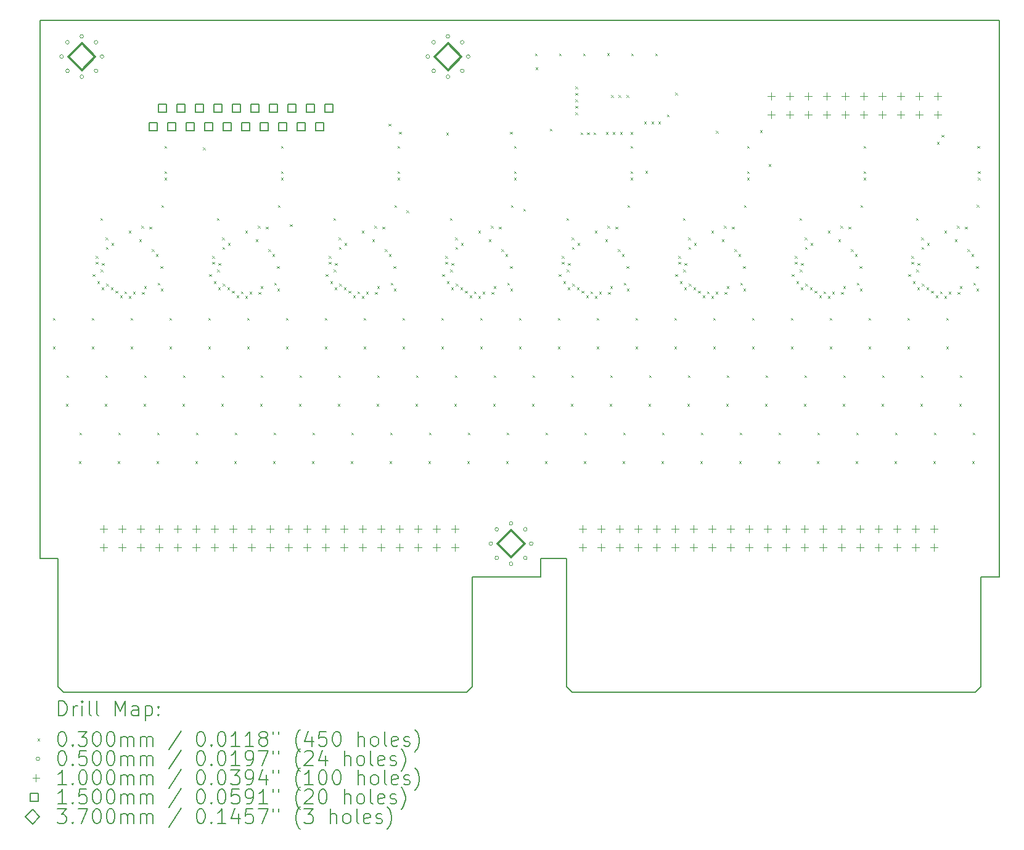
<source format=gbr>
%TF.GenerationSoftware,KiCad,Pcbnew,8.0.4-rc2*%
%TF.CreationDate,2024-08-04T20:32:00-05:00*%
%TF.ProjectId,backplane_tracer_v5,6261636b-706c-4616-9e65-5f7472616365,rev?*%
%TF.SameCoordinates,Original*%
%TF.FileFunction,Drillmap*%
%TF.FilePolarity,Positive*%
%FSLAX45Y45*%
G04 Gerber Fmt 4.5, Leading zero omitted, Abs format (unit mm)*
G04 Created by KiCad (PCBNEW 8.0.4-rc2) date 2024-08-04 20:32:00*
%MOMM*%
%LPD*%
G01*
G04 APERTURE LIST*
%ADD10C,0.127000*%
%ADD11C,0.200000*%
%ADD12C,0.100000*%
%ADD13C,0.150000*%
%ADD14C,0.370000*%
G04 APERTURE END LIST*
D10*
X22860000Y-13632180D02*
X22860000Y-21272500D01*
X22529800Y-22860000D02*
X22606000Y-22783800D01*
X16916400Y-22783800D02*
X16992600Y-22860000D01*
X16560800Y-21272500D02*
X16560800Y-21018500D01*
X9685020Y-13632180D02*
X9685020Y-21018500D01*
X22606000Y-21272500D02*
X22606000Y-22783800D01*
X22860000Y-13632180D02*
X9685020Y-13632180D01*
X15621000Y-21272500D02*
X15621000Y-22783800D01*
X22860000Y-21272500D02*
X22606000Y-21272500D01*
X9931400Y-21018500D02*
X9931400Y-22783800D01*
X15544800Y-22860000D02*
X15621000Y-22783800D01*
X9931400Y-21018500D02*
X9685020Y-21018500D01*
X16916400Y-21018500D02*
X16560800Y-21018500D01*
X16560800Y-21272500D02*
X15621000Y-21272500D01*
X15544800Y-22860000D02*
X10007600Y-22860000D01*
X16916400Y-21018500D02*
X16916400Y-22783800D01*
X9931400Y-22783800D02*
X10007600Y-22860000D01*
X22529800Y-22860000D02*
X16992600Y-22860000D01*
D11*
D12*
X9857980Y-18107900D02*
X9887980Y-18137900D01*
X9887980Y-18107900D02*
X9857980Y-18137900D01*
X9860520Y-17714200D02*
X9890520Y-17744200D01*
X9890520Y-17714200D02*
X9860520Y-17744200D01*
X10035780Y-18895300D02*
X10065780Y-18925300D01*
X10065780Y-18895300D02*
X10035780Y-18925300D01*
X10045940Y-18501600D02*
X10075940Y-18531600D01*
X10075940Y-18501600D02*
X10045940Y-18531600D01*
X10213580Y-19682700D02*
X10243580Y-19712700D01*
X10243580Y-19682700D02*
X10213580Y-19712700D01*
X10223740Y-19289000D02*
X10253740Y-19319000D01*
X10253740Y-19289000D02*
X10223740Y-19319000D01*
X10391380Y-18107900D02*
X10421380Y-18137900D01*
X10421380Y-18107900D02*
X10391380Y-18137900D01*
X10393920Y-17714200D02*
X10423920Y-17744200D01*
X10423920Y-17714200D02*
X10393920Y-17744200D01*
X10406657Y-17115720D02*
X10436657Y-17145720D01*
X10436657Y-17115720D02*
X10406657Y-17145720D01*
X10446300Y-16865840D02*
X10476300Y-16895840D01*
X10476300Y-16865840D02*
X10446300Y-16895840D01*
X10447275Y-16945834D02*
X10477275Y-16975834D01*
X10477275Y-16945834D02*
X10447275Y-16975834D01*
X10467580Y-17211280D02*
X10497580Y-17241280D01*
X10497580Y-17211280D02*
X10467580Y-17241280D01*
X10513300Y-16342600D02*
X10543300Y-16372600D01*
X10543300Y-16342600D02*
X10513300Y-16372600D01*
X10514270Y-17049690D02*
X10544270Y-17079690D01*
X10544270Y-17049690D02*
X10514270Y-17079690D01*
X10528540Y-17295100D02*
X10558540Y-17325100D01*
X10558540Y-17295100D02*
X10528540Y-17325100D01*
X10531080Y-16962360D02*
X10561080Y-16992360D01*
X10561080Y-16962360D02*
X10531080Y-16992360D01*
X10569180Y-18895300D02*
X10599180Y-18925300D01*
X10599180Y-18895300D02*
X10569180Y-18925300D01*
X10579340Y-18501600D02*
X10609340Y-18531600D01*
X10609340Y-18501600D02*
X10579340Y-18531600D01*
X10584420Y-16609300D02*
X10614420Y-16639300D01*
X10614420Y-16609300D02*
X10584420Y-16639300D01*
X10586960Y-16741380D02*
X10616960Y-16771380D01*
X10616960Y-16741380D02*
X10586960Y-16771380D01*
X10591371Y-17245579D02*
X10621371Y-17275579D01*
X10621371Y-17245579D02*
X10591371Y-17275579D01*
X10653960Y-17295404D02*
X10683960Y-17325404D01*
X10683960Y-17295404D02*
X10653960Y-17325404D01*
X10665700Y-16685500D02*
X10695700Y-16715500D01*
X10695700Y-16685500D02*
X10665700Y-16715500D01*
X10721119Y-17341587D02*
X10751119Y-17371587D01*
X10751119Y-17341587D02*
X10721119Y-17371587D01*
X10746980Y-19682700D02*
X10776980Y-19712700D01*
X10776980Y-19682700D02*
X10746980Y-19712700D01*
X10757140Y-19289000D02*
X10787140Y-19319000D01*
X10787140Y-19289000D02*
X10757140Y-19319000D01*
X10781119Y-17404852D02*
X10811119Y-17434852D01*
X10811119Y-17404852D02*
X10781119Y-17434852D01*
X10841119Y-17351937D02*
X10871119Y-17381937D01*
X10871119Y-17351937D02*
X10841119Y-17381937D01*
X10901457Y-17414480D02*
X10931457Y-17444480D01*
X10931457Y-17414480D02*
X10901457Y-17444480D01*
X10901920Y-16517860D02*
X10931920Y-16547860D01*
X10931920Y-16517860D02*
X10901920Y-16547860D01*
X10924780Y-18107900D02*
X10954780Y-18137900D01*
X10954780Y-18107900D02*
X10924780Y-18137900D01*
X10927320Y-17714200D02*
X10957320Y-17744200D01*
X10957320Y-17714200D02*
X10927320Y-17744200D01*
X10961457Y-17356743D02*
X10991457Y-17386743D01*
X10991457Y-17356743D02*
X10961457Y-17386743D01*
X11044160Y-16637240D02*
X11074160Y-16667240D01*
X11074160Y-16637240D02*
X11044160Y-16667240D01*
X11075910Y-16448010D02*
X11105910Y-16478010D01*
X11105910Y-16448010D02*
X11075910Y-16478010D01*
X11083123Y-17360976D02*
X11113123Y-17390976D01*
X11113123Y-17360976D02*
X11083123Y-17390976D01*
X11102580Y-18895300D02*
X11132580Y-18925300D01*
X11132580Y-18895300D02*
X11102580Y-18925300D01*
X11112740Y-18501600D02*
X11142740Y-18531600D01*
X11142740Y-18501600D02*
X11112740Y-18531600D01*
X11114030Y-17281199D02*
X11144030Y-17311199D01*
X11144030Y-17281199D02*
X11114030Y-17311199D01*
X11183860Y-16461980D02*
X11213860Y-16491980D01*
X11213860Y-16461980D02*
X11183860Y-16491980D01*
X11220690Y-16773130D02*
X11250690Y-16803130D01*
X11250690Y-16773130D02*
X11220690Y-16803130D01*
X11275300Y-16837900D02*
X11305300Y-16867900D01*
X11305300Y-16837900D02*
X11275300Y-16867900D01*
X11280380Y-19682700D02*
X11310380Y-19712700D01*
X11310380Y-19682700D02*
X11280380Y-19712700D01*
X11290540Y-19289000D02*
X11320540Y-19319000D01*
X11320540Y-19289000D02*
X11290540Y-19319000D01*
X11298160Y-17231600D02*
X11328160Y-17261600D01*
X11328160Y-17231600D02*
X11298160Y-17261600D01*
X11338800Y-17005540D02*
X11368800Y-17035540D01*
X11368800Y-17005540D02*
X11338800Y-17035540D01*
X11340070Y-17314150D02*
X11370070Y-17344150D01*
X11370070Y-17314150D02*
X11340070Y-17344150D01*
X11350230Y-16166070D02*
X11380230Y-16196070D01*
X11380230Y-16166070D02*
X11350230Y-16196070D01*
X11392140Y-15354540D02*
X11422140Y-15384540D01*
X11422140Y-15354540D02*
X11392140Y-15384540D01*
X11392140Y-15699980D02*
X11422140Y-15729980D01*
X11422140Y-15699980D02*
X11392140Y-15729980D01*
X11392140Y-15788880D02*
X11422140Y-15818880D01*
X11422140Y-15788880D02*
X11392140Y-15818880D01*
X11458180Y-18107900D02*
X11488180Y-18137900D01*
X11488180Y-18107900D02*
X11458180Y-18137900D01*
X11460720Y-17714200D02*
X11490720Y-17744200D01*
X11490720Y-17714200D02*
X11460720Y-17744200D01*
X11635980Y-18895300D02*
X11665980Y-18925300D01*
X11665980Y-18895300D02*
X11635980Y-18925300D01*
X11646140Y-18501600D02*
X11676140Y-18531600D01*
X11676140Y-18501600D02*
X11646140Y-18531600D01*
X11813780Y-19682700D02*
X11843780Y-19712700D01*
X11843780Y-19682700D02*
X11813780Y-19712700D01*
X11823940Y-19289000D02*
X11853940Y-19319000D01*
X11853940Y-19289000D02*
X11823940Y-19319000D01*
X11923000Y-15374860D02*
X11953000Y-15404860D01*
X11953000Y-15374860D02*
X11923000Y-15404860D01*
X11991580Y-18107900D02*
X12021580Y-18137900D01*
X12021580Y-18107900D02*
X11991580Y-18137900D01*
X11994120Y-17714200D02*
X12024120Y-17744200D01*
X12024120Y-17714200D02*
X11994120Y-17744200D01*
X12006856Y-17115720D02*
X12036856Y-17145720D01*
X12036856Y-17115720D02*
X12006856Y-17145720D01*
X12046500Y-16865840D02*
X12076500Y-16895840D01*
X12076500Y-16865840D02*
X12046500Y-16895840D01*
X12047475Y-16945834D02*
X12077475Y-16975834D01*
X12077475Y-16945834D02*
X12047475Y-16975834D01*
X12067780Y-17211280D02*
X12097780Y-17241280D01*
X12097780Y-17211280D02*
X12067780Y-17241280D01*
X12113500Y-16342600D02*
X12143500Y-16372600D01*
X12143500Y-16342600D02*
X12113500Y-16372600D01*
X12114470Y-17049690D02*
X12144470Y-17079690D01*
X12144470Y-17049690D02*
X12114470Y-17079690D01*
X12128740Y-17295100D02*
X12158740Y-17325100D01*
X12158740Y-17295100D02*
X12128740Y-17325100D01*
X12131280Y-16962360D02*
X12161280Y-16992360D01*
X12161280Y-16962360D02*
X12131280Y-16992360D01*
X12169380Y-18895300D02*
X12199380Y-18925300D01*
X12199380Y-18895300D02*
X12169380Y-18925300D01*
X12179540Y-18501600D02*
X12209540Y-18531600D01*
X12209540Y-18501600D02*
X12179540Y-18531600D01*
X12184620Y-16609300D02*
X12214620Y-16639300D01*
X12214620Y-16609300D02*
X12184620Y-16639300D01*
X12187160Y-16741380D02*
X12217160Y-16771380D01*
X12217160Y-16741380D02*
X12187160Y-16771380D01*
X12191571Y-17245579D02*
X12221571Y-17275579D01*
X12221571Y-17245579D02*
X12191571Y-17275579D01*
X12254160Y-17295404D02*
X12284160Y-17325404D01*
X12284160Y-17295404D02*
X12254160Y-17325404D01*
X12265900Y-16685500D02*
X12295900Y-16715500D01*
X12295900Y-16685500D02*
X12265900Y-16715500D01*
X12321319Y-17341587D02*
X12351319Y-17371587D01*
X12351319Y-17341587D02*
X12321319Y-17371587D01*
X12347180Y-19682700D02*
X12377180Y-19712700D01*
X12377180Y-19682700D02*
X12347180Y-19712700D01*
X12357340Y-19289000D02*
X12387340Y-19319000D01*
X12387340Y-19289000D02*
X12357340Y-19319000D01*
X12381319Y-17404852D02*
X12411319Y-17434852D01*
X12411319Y-17404852D02*
X12381319Y-17434852D01*
X12441319Y-17351937D02*
X12471319Y-17381937D01*
X12471319Y-17351937D02*
X12441319Y-17381937D01*
X12501657Y-17414480D02*
X12531657Y-17444480D01*
X12531657Y-17414480D02*
X12501657Y-17444480D01*
X12502120Y-16517860D02*
X12532120Y-16547860D01*
X12532120Y-16517860D02*
X12502120Y-16547860D01*
X12524980Y-18107900D02*
X12554980Y-18137900D01*
X12554980Y-18107900D02*
X12524980Y-18137900D01*
X12527520Y-17714200D02*
X12557520Y-17744200D01*
X12557520Y-17714200D02*
X12527520Y-17744200D01*
X12561657Y-17356743D02*
X12591657Y-17386743D01*
X12591657Y-17356743D02*
X12561657Y-17386743D01*
X12644360Y-16637240D02*
X12674360Y-16667240D01*
X12674360Y-16637240D02*
X12644360Y-16667240D01*
X12676110Y-16448010D02*
X12706110Y-16478010D01*
X12706110Y-16448010D02*
X12676110Y-16478010D01*
X12683323Y-17360976D02*
X12713323Y-17390976D01*
X12713323Y-17360976D02*
X12683323Y-17390976D01*
X12702780Y-18895300D02*
X12732780Y-18925300D01*
X12732780Y-18895300D02*
X12702780Y-18925300D01*
X12712940Y-18501600D02*
X12742940Y-18531600D01*
X12742940Y-18501600D02*
X12712940Y-18531600D01*
X12714230Y-17281199D02*
X12744230Y-17311199D01*
X12744230Y-17281199D02*
X12714230Y-17311199D01*
X12784060Y-16461980D02*
X12814060Y-16491980D01*
X12814060Y-16461980D02*
X12784060Y-16491980D01*
X12820890Y-16773130D02*
X12850890Y-16803130D01*
X12850890Y-16773130D02*
X12820890Y-16803130D01*
X12875500Y-16837900D02*
X12905500Y-16867900D01*
X12905500Y-16837900D02*
X12875500Y-16867900D01*
X12880580Y-19682700D02*
X12910580Y-19712700D01*
X12910580Y-19682700D02*
X12880580Y-19712700D01*
X12890740Y-19289000D02*
X12920740Y-19319000D01*
X12920740Y-19289000D02*
X12890740Y-19319000D01*
X12898360Y-17231600D02*
X12928360Y-17261600D01*
X12928360Y-17231600D02*
X12898360Y-17261600D01*
X12939000Y-17005540D02*
X12969000Y-17035540D01*
X12969000Y-17005540D02*
X12939000Y-17035540D01*
X12940270Y-17314150D02*
X12970270Y-17344150D01*
X12970270Y-17314150D02*
X12940270Y-17344150D01*
X12950430Y-16166070D02*
X12980430Y-16196070D01*
X12980430Y-16166070D02*
X12950430Y-16196070D01*
X12992340Y-15354540D02*
X13022340Y-15384540D01*
X13022340Y-15354540D02*
X12992340Y-15384540D01*
X12992340Y-15699980D02*
X13022340Y-15729980D01*
X13022340Y-15699980D02*
X12992340Y-15729980D01*
X12992340Y-15788880D02*
X13022340Y-15818880D01*
X13022340Y-15788880D02*
X12992340Y-15818880D01*
X13058380Y-18107900D02*
X13088380Y-18137900D01*
X13088380Y-18107900D02*
X13058380Y-18137900D01*
X13060920Y-17714200D02*
X13090920Y-17744200D01*
X13090920Y-17714200D02*
X13060920Y-17744200D01*
X13116800Y-16428960D02*
X13146800Y-16458960D01*
X13146800Y-16428960D02*
X13116800Y-16458960D01*
X13236180Y-18895300D02*
X13266180Y-18925300D01*
X13266180Y-18895300D02*
X13236180Y-18925300D01*
X13246340Y-18501600D02*
X13276340Y-18531600D01*
X13276340Y-18501600D02*
X13246340Y-18531600D01*
X13413980Y-19682700D02*
X13443980Y-19712700D01*
X13443980Y-19682700D02*
X13413980Y-19712700D01*
X13424140Y-19289000D02*
X13454140Y-19319000D01*
X13454140Y-19289000D02*
X13424140Y-19319000D01*
X13591780Y-18107900D02*
X13621780Y-18137900D01*
X13621780Y-18107900D02*
X13591780Y-18137900D01*
X13594320Y-17714200D02*
X13624320Y-17744200D01*
X13624320Y-17714200D02*
X13594320Y-17744200D01*
X13607056Y-17115720D02*
X13637056Y-17145720D01*
X13637056Y-17115720D02*
X13607056Y-17145720D01*
X13646700Y-16865840D02*
X13676700Y-16895840D01*
X13676700Y-16865840D02*
X13646700Y-16895840D01*
X13647675Y-16945834D02*
X13677675Y-16975834D01*
X13677675Y-16945834D02*
X13647675Y-16975834D01*
X13667980Y-17211280D02*
X13697980Y-17241280D01*
X13697980Y-17211280D02*
X13667980Y-17241280D01*
X13713700Y-16342600D02*
X13743700Y-16372600D01*
X13743700Y-16342600D02*
X13713700Y-16372600D01*
X13714670Y-17049690D02*
X13744670Y-17079690D01*
X13744670Y-17049690D02*
X13714670Y-17079690D01*
X13728940Y-17295100D02*
X13758940Y-17325100D01*
X13758940Y-17295100D02*
X13728940Y-17325100D01*
X13731480Y-16962360D02*
X13761480Y-16992360D01*
X13761480Y-16962360D02*
X13731480Y-16992360D01*
X13769580Y-18895300D02*
X13799580Y-18925300D01*
X13799580Y-18895300D02*
X13769580Y-18925300D01*
X13779740Y-18501600D02*
X13809740Y-18531600D01*
X13809740Y-18501600D02*
X13779740Y-18531600D01*
X13784820Y-16609300D02*
X13814820Y-16639300D01*
X13814820Y-16609300D02*
X13784820Y-16639300D01*
X13787360Y-16741380D02*
X13817360Y-16771380D01*
X13817360Y-16741380D02*
X13787360Y-16771380D01*
X13791771Y-17245579D02*
X13821771Y-17275579D01*
X13821771Y-17245579D02*
X13791771Y-17275579D01*
X13854360Y-17295404D02*
X13884360Y-17325404D01*
X13884360Y-17295404D02*
X13854360Y-17325404D01*
X13866100Y-16685500D02*
X13896100Y-16715500D01*
X13896100Y-16685500D02*
X13866100Y-16715500D01*
X13921519Y-17341587D02*
X13951519Y-17371587D01*
X13951519Y-17341587D02*
X13921519Y-17371587D01*
X13947380Y-19682700D02*
X13977380Y-19712700D01*
X13977380Y-19682700D02*
X13947380Y-19712700D01*
X13957540Y-19289000D02*
X13987540Y-19319000D01*
X13987540Y-19289000D02*
X13957540Y-19319000D01*
X13981519Y-17404852D02*
X14011519Y-17434852D01*
X14011519Y-17404852D02*
X13981519Y-17434852D01*
X14041519Y-17351937D02*
X14071519Y-17381937D01*
X14071519Y-17351937D02*
X14041519Y-17381937D01*
X14101857Y-17414480D02*
X14131857Y-17444480D01*
X14131857Y-17414480D02*
X14101857Y-17444480D01*
X14102320Y-16517860D02*
X14132320Y-16547860D01*
X14132320Y-16517860D02*
X14102320Y-16547860D01*
X14125180Y-18107900D02*
X14155180Y-18137900D01*
X14155180Y-18107900D02*
X14125180Y-18137900D01*
X14127720Y-17714200D02*
X14157720Y-17744200D01*
X14157720Y-17714200D02*
X14127720Y-17744200D01*
X14161857Y-17356743D02*
X14191857Y-17386743D01*
X14191857Y-17356743D02*
X14161857Y-17386743D01*
X14244560Y-16637240D02*
X14274560Y-16667240D01*
X14274560Y-16637240D02*
X14244560Y-16667240D01*
X14276310Y-16448010D02*
X14306310Y-16478010D01*
X14306310Y-16448010D02*
X14276310Y-16478010D01*
X14283523Y-17360976D02*
X14313523Y-17390976D01*
X14313523Y-17360976D02*
X14283523Y-17390976D01*
X14302980Y-18895300D02*
X14332980Y-18925300D01*
X14332980Y-18895300D02*
X14302980Y-18925300D01*
X14313140Y-18501600D02*
X14343140Y-18531600D01*
X14343140Y-18501600D02*
X14313140Y-18531600D01*
X14314430Y-17281199D02*
X14344430Y-17311199D01*
X14344430Y-17281199D02*
X14314430Y-17311199D01*
X14384260Y-16461980D02*
X14414260Y-16491980D01*
X14414260Y-16461980D02*
X14384260Y-16491980D01*
X14421090Y-16773130D02*
X14451090Y-16803130D01*
X14451090Y-16773130D02*
X14421090Y-16803130D01*
X14470620Y-15047200D02*
X14500620Y-15077200D01*
X14500620Y-15047200D02*
X14470620Y-15077200D01*
X14475700Y-16837900D02*
X14505700Y-16867900D01*
X14505700Y-16837900D02*
X14475700Y-16867900D01*
X14480780Y-19682700D02*
X14510780Y-19712700D01*
X14510780Y-19682700D02*
X14480780Y-19712700D01*
X14490940Y-19289000D02*
X14520940Y-19319000D01*
X14520940Y-19289000D02*
X14490940Y-19319000D01*
X14498560Y-17231600D02*
X14528560Y-17261600D01*
X14528560Y-17231600D02*
X14498560Y-17261600D01*
X14539200Y-17005540D02*
X14569200Y-17035540D01*
X14569200Y-17005540D02*
X14539200Y-17035540D01*
X14540470Y-17314150D02*
X14570470Y-17344150D01*
X14570470Y-17314150D02*
X14540470Y-17344150D01*
X14550630Y-16166070D02*
X14580630Y-16196070D01*
X14580630Y-16166070D02*
X14550630Y-16196070D01*
X14592540Y-15354540D02*
X14622540Y-15384540D01*
X14622540Y-15354540D02*
X14592540Y-15384540D01*
X14592540Y-15699980D02*
X14622540Y-15729980D01*
X14622540Y-15699980D02*
X14592540Y-15729980D01*
X14592540Y-15788880D02*
X14622540Y-15818880D01*
X14622540Y-15788880D02*
X14592540Y-15818880D01*
X14615400Y-15156420D02*
X14645400Y-15186420D01*
X14645400Y-15156420D02*
X14615400Y-15186420D01*
X14658580Y-18107900D02*
X14688580Y-18137900D01*
X14688580Y-18107900D02*
X14658580Y-18137900D01*
X14661120Y-17714200D02*
X14691120Y-17744200D01*
X14691120Y-17714200D02*
X14661120Y-17744200D01*
X14714460Y-16238460D02*
X14744460Y-16268460D01*
X14744460Y-16238460D02*
X14714460Y-16268460D01*
X14836380Y-18895300D02*
X14866380Y-18925300D01*
X14866380Y-18895300D02*
X14836380Y-18925300D01*
X14846540Y-18501600D02*
X14876540Y-18531600D01*
X14876540Y-18501600D02*
X14846540Y-18531600D01*
X15014180Y-19682700D02*
X15044180Y-19712700D01*
X15044180Y-19682700D02*
X15014180Y-19712700D01*
X15024340Y-19289000D02*
X15054340Y-19319000D01*
X15054340Y-19289000D02*
X15024340Y-19319000D01*
X15191980Y-18107900D02*
X15221980Y-18137900D01*
X15221980Y-18107900D02*
X15191980Y-18137900D01*
X15194520Y-17714200D02*
X15224520Y-17744200D01*
X15224520Y-17714200D02*
X15194520Y-17744200D01*
X15207256Y-17115720D02*
X15237256Y-17145720D01*
X15237256Y-17115720D02*
X15207256Y-17145720D01*
X15246900Y-16865840D02*
X15276900Y-16895840D01*
X15276900Y-16865840D02*
X15246900Y-16895840D01*
X15247875Y-16945834D02*
X15277875Y-16975834D01*
X15277875Y-16945834D02*
X15247875Y-16975834D01*
X15263100Y-15169120D02*
X15293100Y-15199120D01*
X15293100Y-15169120D02*
X15263100Y-15199120D01*
X15268180Y-17211280D02*
X15298180Y-17241280D01*
X15298180Y-17211280D02*
X15268180Y-17241280D01*
X15313900Y-16342600D02*
X15343900Y-16372600D01*
X15343900Y-16342600D02*
X15313900Y-16372600D01*
X15314870Y-17049690D02*
X15344870Y-17079690D01*
X15344870Y-17049690D02*
X15314870Y-17079690D01*
X15329140Y-17295100D02*
X15359140Y-17325100D01*
X15359140Y-17295100D02*
X15329140Y-17325100D01*
X15331680Y-16962360D02*
X15361680Y-16992360D01*
X15361680Y-16962360D02*
X15331680Y-16992360D01*
X15369780Y-18895300D02*
X15399780Y-18925300D01*
X15399780Y-18895300D02*
X15369780Y-18925300D01*
X15379940Y-18501600D02*
X15409940Y-18531600D01*
X15409940Y-18501600D02*
X15379940Y-18531600D01*
X15385020Y-16609300D02*
X15415020Y-16639300D01*
X15415020Y-16609300D02*
X15385020Y-16639300D01*
X15387560Y-16741380D02*
X15417560Y-16771380D01*
X15417560Y-16741380D02*
X15387560Y-16771380D01*
X15391971Y-17245579D02*
X15421971Y-17275579D01*
X15421971Y-17245579D02*
X15391971Y-17275579D01*
X15454560Y-17295404D02*
X15484560Y-17325404D01*
X15484560Y-17295404D02*
X15454560Y-17325404D01*
X15466300Y-16685500D02*
X15496300Y-16715500D01*
X15496300Y-16685500D02*
X15466300Y-16715500D01*
X15521719Y-17341587D02*
X15551719Y-17371587D01*
X15551719Y-17341587D02*
X15521719Y-17371587D01*
X15547580Y-19682700D02*
X15577580Y-19712700D01*
X15577580Y-19682700D02*
X15547580Y-19712700D01*
X15557740Y-19289000D02*
X15587740Y-19319000D01*
X15587740Y-19289000D02*
X15557740Y-19319000D01*
X15581719Y-17404852D02*
X15611719Y-17434852D01*
X15611719Y-17404852D02*
X15581719Y-17434852D01*
X15641719Y-17351937D02*
X15671719Y-17381937D01*
X15671719Y-17351937D02*
X15641719Y-17381937D01*
X15702057Y-17414480D02*
X15732057Y-17444480D01*
X15732057Y-17414480D02*
X15702057Y-17444480D01*
X15702520Y-16517860D02*
X15732520Y-16547860D01*
X15732520Y-16517860D02*
X15702520Y-16547860D01*
X15725380Y-18107900D02*
X15755380Y-18137900D01*
X15755380Y-18107900D02*
X15725380Y-18137900D01*
X15727920Y-17714200D02*
X15757920Y-17744200D01*
X15757920Y-17714200D02*
X15727920Y-17744200D01*
X15762057Y-17356743D02*
X15792057Y-17386743D01*
X15792057Y-17356743D02*
X15762057Y-17386743D01*
X15844760Y-16637240D02*
X15874760Y-16667240D01*
X15874760Y-16637240D02*
X15844760Y-16667240D01*
X15876510Y-16448010D02*
X15906510Y-16478010D01*
X15906510Y-16448010D02*
X15876510Y-16478010D01*
X15883723Y-17360976D02*
X15913723Y-17390976D01*
X15913723Y-17360976D02*
X15883723Y-17390976D01*
X15903180Y-18895300D02*
X15933180Y-18925300D01*
X15933180Y-18895300D02*
X15903180Y-18925300D01*
X15913340Y-18501600D02*
X15943340Y-18531600D01*
X15943340Y-18501600D02*
X15913340Y-18531600D01*
X15914630Y-17281199D02*
X15944630Y-17311199D01*
X15944630Y-17281199D02*
X15914630Y-17311199D01*
X15984460Y-16461980D02*
X16014460Y-16491980D01*
X16014460Y-16461980D02*
X15984460Y-16491980D01*
X16021290Y-16773130D02*
X16051290Y-16803130D01*
X16051290Y-16773130D02*
X16021290Y-16803130D01*
X16075900Y-16837900D02*
X16105900Y-16867900D01*
X16105900Y-16837900D02*
X16075900Y-16867900D01*
X16080980Y-19682700D02*
X16110980Y-19712700D01*
X16110980Y-19682700D02*
X16080980Y-19712700D01*
X16091140Y-19289000D02*
X16121140Y-19319000D01*
X16121140Y-19289000D02*
X16091140Y-19319000D01*
X16098760Y-17231600D02*
X16128760Y-17261600D01*
X16128760Y-17231600D02*
X16098760Y-17261600D01*
X16136860Y-15158960D02*
X16166860Y-15188960D01*
X16166860Y-15158960D02*
X16136860Y-15188960D01*
X16139400Y-17005540D02*
X16169400Y-17035540D01*
X16169400Y-17005540D02*
X16139400Y-17035540D01*
X16140670Y-17314150D02*
X16170670Y-17344150D01*
X16170670Y-17314150D02*
X16140670Y-17344150D01*
X16150830Y-16166070D02*
X16180830Y-16196070D01*
X16180830Y-16166070D02*
X16150830Y-16196070D01*
X16192740Y-15354540D02*
X16222740Y-15384540D01*
X16222740Y-15354540D02*
X16192740Y-15384540D01*
X16192740Y-15699980D02*
X16222740Y-15729980D01*
X16222740Y-15699980D02*
X16192740Y-15729980D01*
X16192740Y-15788880D02*
X16222740Y-15818880D01*
X16222740Y-15788880D02*
X16192740Y-15818880D01*
X16258780Y-18107900D02*
X16288780Y-18137900D01*
X16288780Y-18107900D02*
X16258780Y-18137900D01*
X16261320Y-17714200D02*
X16291320Y-17744200D01*
X16291320Y-17714200D02*
X16261320Y-17744200D01*
X16319740Y-16215600D02*
X16349740Y-16245600D01*
X16349740Y-16215600D02*
X16319740Y-16245600D01*
X16436580Y-18895300D02*
X16466580Y-18925300D01*
X16466580Y-18895300D02*
X16436580Y-18925300D01*
X16446740Y-18501600D02*
X16476740Y-18531600D01*
X16476740Y-18501600D02*
X16446740Y-18531600D01*
X16479750Y-14082000D02*
X16509750Y-14112000D01*
X16509750Y-14082000D02*
X16479750Y-14112000D01*
X16487370Y-14272500D02*
X16517370Y-14302500D01*
X16517370Y-14272500D02*
X16487370Y-14302500D01*
X16614380Y-19682700D02*
X16644380Y-19712700D01*
X16644380Y-19682700D02*
X16614380Y-19712700D01*
X16624540Y-19289000D02*
X16654540Y-19319000D01*
X16654540Y-19289000D02*
X16624540Y-19319000D01*
X16682960Y-15115780D02*
X16712960Y-15145780D01*
X16712960Y-15115780D02*
X16682960Y-15145780D01*
X16792180Y-18107900D02*
X16822180Y-18137900D01*
X16822180Y-18107900D02*
X16792180Y-18137900D01*
X16794720Y-17714200D02*
X16824720Y-17744200D01*
X16824720Y-17714200D02*
X16794720Y-17744200D01*
X16807457Y-17115720D02*
X16837457Y-17145720D01*
X16837457Y-17115720D02*
X16807457Y-17145720D01*
X16809950Y-14082000D02*
X16839950Y-14112000D01*
X16839950Y-14082000D02*
X16809950Y-14112000D01*
X16847100Y-16865840D02*
X16877100Y-16895840D01*
X16877100Y-16865840D02*
X16847100Y-16895840D01*
X16848075Y-16945834D02*
X16878075Y-16975834D01*
X16878075Y-16945834D02*
X16848075Y-16975834D01*
X16868380Y-17211280D02*
X16898380Y-17241280D01*
X16898380Y-17211280D02*
X16868380Y-17241280D01*
X16914100Y-16342600D02*
X16944100Y-16372600D01*
X16944100Y-16342600D02*
X16914100Y-16372600D01*
X16915070Y-17049690D02*
X16945070Y-17079690D01*
X16945070Y-17049690D02*
X16915070Y-17079690D01*
X16929340Y-17295100D02*
X16959340Y-17325100D01*
X16959340Y-17295100D02*
X16929340Y-17325100D01*
X16931880Y-16962360D02*
X16961880Y-16992360D01*
X16961880Y-16962360D02*
X16931880Y-16992360D01*
X16969980Y-18895300D02*
X16999980Y-18925300D01*
X16999980Y-18895300D02*
X16969980Y-18925300D01*
X16980140Y-18501600D02*
X17010140Y-18531600D01*
X17010140Y-18501600D02*
X16980140Y-18531600D01*
X16985220Y-16609300D02*
X17015220Y-16639300D01*
X17015220Y-16609300D02*
X16985220Y-16639300D01*
X16987760Y-16741380D02*
X17017760Y-16771380D01*
X17017760Y-16741380D02*
X16987760Y-16771380D01*
X16992171Y-17245579D02*
X17022171Y-17275579D01*
X17022171Y-17245579D02*
X16992171Y-17275579D01*
X17036010Y-14534120D02*
X17066010Y-14564120D01*
X17066010Y-14534120D02*
X17036010Y-14564120D01*
X17036010Y-14623020D02*
X17066010Y-14653020D01*
X17066010Y-14623020D02*
X17036010Y-14653020D01*
X17036010Y-14711920D02*
X17066010Y-14741920D01*
X17066010Y-14711920D02*
X17036010Y-14741920D01*
X17036010Y-14800820D02*
X17066010Y-14830820D01*
X17066010Y-14800820D02*
X17036010Y-14830820D01*
X17036010Y-14889720D02*
X17066010Y-14919720D01*
X17066010Y-14889720D02*
X17036010Y-14919720D01*
X17054760Y-17295404D02*
X17084760Y-17325404D01*
X17084760Y-17295404D02*
X17054760Y-17325404D01*
X17066500Y-16685500D02*
X17096500Y-16715500D01*
X17096500Y-16685500D02*
X17066500Y-16715500D01*
X17105920Y-15166100D02*
X17135920Y-15196100D01*
X17135920Y-15166100D02*
X17105920Y-15196100D01*
X17121919Y-17341587D02*
X17151919Y-17371587D01*
X17151919Y-17341587D02*
X17121919Y-17371587D01*
X17140150Y-14082000D02*
X17170150Y-14112000D01*
X17170150Y-14082000D02*
X17140150Y-14112000D01*
X17147780Y-19682700D02*
X17177780Y-19712700D01*
X17177780Y-19682700D02*
X17147780Y-19712700D01*
X17157940Y-19289000D02*
X17187940Y-19319000D01*
X17187940Y-19289000D02*
X17157940Y-19319000D01*
X17181919Y-17404852D02*
X17211919Y-17434852D01*
X17211919Y-17404852D02*
X17181919Y-17434852D01*
X17197360Y-15166100D02*
X17227360Y-15196100D01*
X17227360Y-15166100D02*
X17197360Y-15196100D01*
X17241919Y-17351937D02*
X17271919Y-17381937D01*
X17271919Y-17351937D02*
X17241919Y-17381937D01*
X17283720Y-15166100D02*
X17313720Y-15196100D01*
X17313720Y-15166100D02*
X17283720Y-15196100D01*
X17302257Y-17414480D02*
X17332257Y-17444480D01*
X17332257Y-17414480D02*
X17302257Y-17444480D01*
X17302720Y-16517860D02*
X17332720Y-16547860D01*
X17332720Y-16517860D02*
X17302720Y-16547860D01*
X17325580Y-18107900D02*
X17355580Y-18137900D01*
X17355580Y-18107900D02*
X17325580Y-18137900D01*
X17328120Y-17714200D02*
X17358120Y-17744200D01*
X17358120Y-17714200D02*
X17328120Y-17744200D01*
X17362257Y-17356743D02*
X17392257Y-17386743D01*
X17392257Y-17356743D02*
X17362257Y-17386743D01*
X17444960Y-16637240D02*
X17474960Y-16667240D01*
X17474960Y-16637240D02*
X17444960Y-16667240D01*
X17453900Y-15161020D02*
X17483900Y-15191020D01*
X17483900Y-15161020D02*
X17453900Y-15191020D01*
X17472890Y-14079450D02*
X17502890Y-14109450D01*
X17502890Y-14079450D02*
X17472890Y-14109450D01*
X17476710Y-16448010D02*
X17506710Y-16478010D01*
X17506710Y-16448010D02*
X17476710Y-16478010D01*
X17483923Y-17360976D02*
X17513923Y-17390976D01*
X17513923Y-17360976D02*
X17483923Y-17390976D01*
X17503380Y-18895300D02*
X17533380Y-18925300D01*
X17533380Y-18895300D02*
X17503380Y-18925300D01*
X17513540Y-18501600D02*
X17543540Y-18531600D01*
X17543540Y-18501600D02*
X17513540Y-18531600D01*
X17514830Y-17281199D02*
X17544830Y-17311199D01*
X17544830Y-17281199D02*
X17514830Y-17311199D01*
X17527560Y-14655560D02*
X17557560Y-14685560D01*
X17557560Y-14655560D02*
X17527560Y-14685560D01*
X17547880Y-15161020D02*
X17577880Y-15191020D01*
X17577880Y-15161020D02*
X17547880Y-15191020D01*
X17584660Y-16461980D02*
X17614660Y-16491980D01*
X17614660Y-16461980D02*
X17584660Y-16491980D01*
X17621490Y-16773130D02*
X17651490Y-16803130D01*
X17651490Y-16773130D02*
X17621490Y-16803130D01*
X17626620Y-14655560D02*
X17656620Y-14685560D01*
X17656620Y-14655560D02*
X17626620Y-14685560D01*
X17649480Y-15161020D02*
X17679480Y-15191020D01*
X17679480Y-15161020D02*
X17649480Y-15191020D01*
X17676100Y-16837900D02*
X17706100Y-16867900D01*
X17706100Y-16837900D02*
X17676100Y-16867900D01*
X17681180Y-19682700D02*
X17711180Y-19712700D01*
X17711180Y-19682700D02*
X17681180Y-19712700D01*
X17691340Y-19289000D02*
X17721340Y-19319000D01*
X17721340Y-19289000D02*
X17691340Y-19319000D01*
X17698960Y-17231600D02*
X17728960Y-17261600D01*
X17728960Y-17231600D02*
X17698960Y-17261600D01*
X17738380Y-14655560D02*
X17768380Y-14685560D01*
X17768380Y-14655560D02*
X17738380Y-14685560D01*
X17739600Y-17005540D02*
X17769600Y-17035540D01*
X17769600Y-17005540D02*
X17739600Y-17035540D01*
X17740870Y-17314150D02*
X17770870Y-17344150D01*
X17770870Y-17314150D02*
X17740870Y-17344150D01*
X17751030Y-16166070D02*
X17781030Y-16196070D01*
X17781030Y-16166070D02*
X17751030Y-16196070D01*
X17792940Y-15354540D02*
X17822940Y-15384540D01*
X17822940Y-15354540D02*
X17792940Y-15384540D01*
X17792940Y-15699980D02*
X17822940Y-15729980D01*
X17822940Y-15699980D02*
X17792940Y-15729980D01*
X17792940Y-15788880D02*
X17822940Y-15818880D01*
X17822940Y-15788880D02*
X17792940Y-15818880D01*
X17794260Y-15161020D02*
X17824260Y-15191020D01*
X17824260Y-15161020D02*
X17794260Y-15191020D01*
X17800550Y-14082000D02*
X17830550Y-14112000D01*
X17830550Y-14082000D02*
X17800550Y-14112000D01*
X17858980Y-18107900D02*
X17888980Y-18137900D01*
X17888980Y-18107900D02*
X17858980Y-18137900D01*
X17861520Y-17714200D02*
X17891520Y-17744200D01*
X17891520Y-17714200D02*
X17861520Y-17744200D01*
X17979680Y-15016240D02*
X18009680Y-15046240D01*
X18009680Y-15016240D02*
X17979680Y-15046240D01*
X17996140Y-15697440D02*
X18026140Y-15727440D01*
X18026140Y-15697440D02*
X17996140Y-15727440D01*
X18036780Y-18895300D02*
X18066780Y-18925300D01*
X18066780Y-18895300D02*
X18036780Y-18925300D01*
X18046940Y-18501600D02*
X18076940Y-18531600D01*
X18076940Y-18501600D02*
X18046940Y-18531600D01*
X18078740Y-15016240D02*
X18108740Y-15046240D01*
X18108740Y-15016240D02*
X18078740Y-15046240D01*
X18130750Y-14082000D02*
X18160750Y-14112000D01*
X18160750Y-14082000D02*
X18130750Y-14112000D01*
X18172720Y-15016240D02*
X18202720Y-15046240D01*
X18202720Y-15016240D02*
X18172720Y-15046240D01*
X18214580Y-19682700D02*
X18244580Y-19712700D01*
X18244580Y-19682700D02*
X18214580Y-19712700D01*
X18224740Y-19289000D02*
X18254740Y-19319000D01*
X18254740Y-19289000D02*
X18224740Y-19319000D01*
X18293320Y-14920200D02*
X18323320Y-14950200D01*
X18323320Y-14920200D02*
X18293320Y-14950200D01*
X18392380Y-18107900D02*
X18422380Y-18137900D01*
X18422380Y-18107900D02*
X18392380Y-18137900D01*
X18394920Y-17714200D02*
X18424920Y-17744200D01*
X18424920Y-17714200D02*
X18394920Y-17744200D01*
X18407620Y-14620480D02*
X18437620Y-14650480D01*
X18437620Y-14620480D02*
X18407620Y-14650480D01*
X18407657Y-17115720D02*
X18437657Y-17145720D01*
X18437657Y-17115720D02*
X18407657Y-17145720D01*
X18447300Y-16865840D02*
X18477300Y-16895840D01*
X18477300Y-16865840D02*
X18447300Y-16895840D01*
X18448275Y-16945834D02*
X18478275Y-16975834D01*
X18478275Y-16945834D02*
X18448275Y-16975834D01*
X18468580Y-17211280D02*
X18498580Y-17241280D01*
X18498580Y-17211280D02*
X18468580Y-17241280D01*
X18514300Y-16342600D02*
X18544300Y-16372600D01*
X18544300Y-16342600D02*
X18514300Y-16372600D01*
X18515270Y-17049690D02*
X18545270Y-17079690D01*
X18545270Y-17049690D02*
X18515270Y-17079690D01*
X18529540Y-17295100D02*
X18559540Y-17325100D01*
X18559540Y-17295100D02*
X18529540Y-17325100D01*
X18532080Y-16962360D02*
X18562080Y-16992360D01*
X18562080Y-16962360D02*
X18532080Y-16992360D01*
X18570180Y-18895300D02*
X18600180Y-18925300D01*
X18600180Y-18895300D02*
X18570180Y-18925300D01*
X18580340Y-18501600D02*
X18610340Y-18531600D01*
X18610340Y-18501600D02*
X18580340Y-18531600D01*
X18585420Y-16609300D02*
X18615420Y-16639300D01*
X18615420Y-16609300D02*
X18585420Y-16639300D01*
X18587960Y-16741380D02*
X18617960Y-16771380D01*
X18617960Y-16741380D02*
X18587960Y-16771380D01*
X18592371Y-17245579D02*
X18622371Y-17275579D01*
X18622371Y-17245579D02*
X18592371Y-17275579D01*
X18654960Y-17295404D02*
X18684960Y-17325404D01*
X18684960Y-17295404D02*
X18654960Y-17325404D01*
X18666700Y-16685500D02*
X18696700Y-16715500D01*
X18696700Y-16685500D02*
X18666700Y-16715500D01*
X18722119Y-17341587D02*
X18752119Y-17371587D01*
X18752119Y-17341587D02*
X18722119Y-17371587D01*
X18747980Y-19682700D02*
X18777980Y-19712700D01*
X18777980Y-19682700D02*
X18747980Y-19712700D01*
X18758140Y-19289000D02*
X18788140Y-19319000D01*
X18788140Y-19289000D02*
X18758140Y-19319000D01*
X18782119Y-17404852D02*
X18812119Y-17434852D01*
X18812119Y-17404852D02*
X18782119Y-17434852D01*
X18842119Y-17351937D02*
X18872119Y-17381937D01*
X18872119Y-17351937D02*
X18842119Y-17381937D01*
X18902457Y-17414480D02*
X18932457Y-17444480D01*
X18932457Y-17414480D02*
X18902457Y-17444480D01*
X18902920Y-16517860D02*
X18932920Y-16547860D01*
X18932920Y-16517860D02*
X18902920Y-16547860D01*
X18925780Y-18107900D02*
X18955780Y-18137900D01*
X18955780Y-18107900D02*
X18925780Y-18137900D01*
X18928320Y-17714200D02*
X18958320Y-17744200D01*
X18958320Y-17714200D02*
X18928320Y-17744200D01*
X18962457Y-17356743D02*
X18992457Y-17386743D01*
X18992457Y-17356743D02*
X18962457Y-17386743D01*
X18966430Y-15143720D02*
X18996430Y-15173720D01*
X18996430Y-15143720D02*
X18966430Y-15173720D01*
X19045160Y-16637240D02*
X19075160Y-16667240D01*
X19075160Y-16637240D02*
X19045160Y-16667240D01*
X19076910Y-16448010D02*
X19106910Y-16478010D01*
X19106910Y-16448010D02*
X19076910Y-16478010D01*
X19084123Y-17360976D02*
X19114123Y-17390976D01*
X19114123Y-17360976D02*
X19084123Y-17390976D01*
X19103580Y-18895300D02*
X19133580Y-18925300D01*
X19133580Y-18895300D02*
X19103580Y-18925300D01*
X19113740Y-18501600D02*
X19143740Y-18531600D01*
X19143740Y-18501600D02*
X19113740Y-18531600D01*
X19115030Y-17281199D02*
X19145030Y-17311199D01*
X19145030Y-17281199D02*
X19115030Y-17311199D01*
X19184860Y-16461980D02*
X19214860Y-16491980D01*
X19214860Y-16461980D02*
X19184860Y-16491980D01*
X19221690Y-16773130D02*
X19251690Y-16803130D01*
X19251690Y-16773130D02*
X19221690Y-16803130D01*
X19276300Y-16837900D02*
X19306300Y-16867900D01*
X19306300Y-16837900D02*
X19276300Y-16867900D01*
X19281380Y-19682700D02*
X19311380Y-19712700D01*
X19311380Y-19682700D02*
X19281380Y-19712700D01*
X19291540Y-19289000D02*
X19321540Y-19319000D01*
X19321540Y-19289000D02*
X19291540Y-19319000D01*
X19299160Y-17231600D02*
X19329160Y-17261600D01*
X19329160Y-17231600D02*
X19299160Y-17261600D01*
X19339800Y-17005540D02*
X19369800Y-17035540D01*
X19369800Y-17005540D02*
X19339800Y-17035540D01*
X19341070Y-17314150D02*
X19371070Y-17344150D01*
X19371070Y-17314150D02*
X19341070Y-17344150D01*
X19351230Y-16166070D02*
X19381230Y-16196070D01*
X19381230Y-16166070D02*
X19351230Y-16196070D01*
X19393140Y-15354540D02*
X19423140Y-15384540D01*
X19423140Y-15354540D02*
X19393140Y-15384540D01*
X19393140Y-15699980D02*
X19423140Y-15729980D01*
X19423140Y-15699980D02*
X19393140Y-15729980D01*
X19393140Y-15788880D02*
X19423140Y-15818880D01*
X19423140Y-15788880D02*
X19393140Y-15818880D01*
X19459180Y-18107900D02*
X19489180Y-18137900D01*
X19489180Y-18107900D02*
X19459180Y-18137900D01*
X19461720Y-17714200D02*
X19491720Y-17744200D01*
X19491720Y-17714200D02*
X19461720Y-17744200D01*
X19570940Y-15138640D02*
X19600940Y-15168640D01*
X19600940Y-15138640D02*
X19570940Y-15168640D01*
X19636980Y-18895300D02*
X19666980Y-18925300D01*
X19666980Y-18895300D02*
X19636980Y-18925300D01*
X19647140Y-18501600D02*
X19677140Y-18531600D01*
X19677140Y-18501600D02*
X19647140Y-18531600D01*
X19690320Y-15600920D02*
X19720320Y-15630920D01*
X19720320Y-15600920D02*
X19690320Y-15630920D01*
X19814780Y-19682700D02*
X19844780Y-19712700D01*
X19844780Y-19682700D02*
X19814780Y-19712700D01*
X19824940Y-19289000D02*
X19854940Y-19319000D01*
X19854940Y-19289000D02*
X19824940Y-19319000D01*
X19992580Y-18107900D02*
X20022580Y-18137900D01*
X20022580Y-18107900D02*
X19992580Y-18137900D01*
X19995120Y-17714200D02*
X20025120Y-17744200D01*
X20025120Y-17714200D02*
X19995120Y-17744200D01*
X20007857Y-17115720D02*
X20037857Y-17145720D01*
X20037857Y-17115720D02*
X20007857Y-17145720D01*
X20047500Y-16865840D02*
X20077500Y-16895840D01*
X20077500Y-16865840D02*
X20047500Y-16895840D01*
X20048475Y-16945834D02*
X20078475Y-16975834D01*
X20078475Y-16945834D02*
X20048475Y-16975834D01*
X20068780Y-17211280D02*
X20098780Y-17241280D01*
X20098780Y-17211280D02*
X20068780Y-17241280D01*
X20114500Y-16342600D02*
X20144500Y-16372600D01*
X20144500Y-16342600D02*
X20114500Y-16372600D01*
X20115470Y-17049690D02*
X20145470Y-17079690D01*
X20145470Y-17049690D02*
X20115470Y-17079690D01*
X20129740Y-17295100D02*
X20159740Y-17325100D01*
X20159740Y-17295100D02*
X20129740Y-17325100D01*
X20132280Y-16962360D02*
X20162280Y-16992360D01*
X20162280Y-16962360D02*
X20132280Y-16992360D01*
X20170380Y-18895300D02*
X20200380Y-18925300D01*
X20200380Y-18895300D02*
X20170380Y-18925300D01*
X20180540Y-18501600D02*
X20210540Y-18531600D01*
X20210540Y-18501600D02*
X20180540Y-18531600D01*
X20185620Y-16609300D02*
X20215620Y-16639300D01*
X20215620Y-16609300D02*
X20185620Y-16639300D01*
X20188160Y-16741380D02*
X20218160Y-16771380D01*
X20218160Y-16741380D02*
X20188160Y-16771380D01*
X20192571Y-17245579D02*
X20222571Y-17275579D01*
X20222571Y-17245579D02*
X20192571Y-17275579D01*
X20255160Y-17295404D02*
X20285160Y-17325404D01*
X20285160Y-17295404D02*
X20255160Y-17325404D01*
X20266900Y-16685500D02*
X20296900Y-16715500D01*
X20296900Y-16685500D02*
X20266900Y-16715500D01*
X20322319Y-17341587D02*
X20352319Y-17371587D01*
X20352319Y-17341587D02*
X20322319Y-17371587D01*
X20348180Y-19682700D02*
X20378180Y-19712700D01*
X20378180Y-19682700D02*
X20348180Y-19712700D01*
X20358340Y-19289000D02*
X20388340Y-19319000D01*
X20388340Y-19289000D02*
X20358340Y-19319000D01*
X20382319Y-17404852D02*
X20412319Y-17434852D01*
X20412319Y-17404852D02*
X20382319Y-17434852D01*
X20442319Y-17351937D02*
X20472319Y-17381937D01*
X20472319Y-17351937D02*
X20442319Y-17381937D01*
X20502657Y-17414480D02*
X20532657Y-17444480D01*
X20532657Y-17414480D02*
X20502657Y-17444480D01*
X20503120Y-16517860D02*
X20533120Y-16547860D01*
X20533120Y-16517860D02*
X20503120Y-16547860D01*
X20525980Y-18107900D02*
X20555980Y-18137900D01*
X20555980Y-18107900D02*
X20525980Y-18137900D01*
X20528520Y-17714200D02*
X20558520Y-17744200D01*
X20558520Y-17714200D02*
X20528520Y-17744200D01*
X20562657Y-17356743D02*
X20592657Y-17386743D01*
X20592657Y-17356743D02*
X20562657Y-17386743D01*
X20645360Y-16637240D02*
X20675360Y-16667240D01*
X20675360Y-16637240D02*
X20645360Y-16667240D01*
X20677110Y-16448010D02*
X20707110Y-16478010D01*
X20707110Y-16448010D02*
X20677110Y-16478010D01*
X20684323Y-17360976D02*
X20714323Y-17390976D01*
X20714323Y-17360976D02*
X20684323Y-17390976D01*
X20703780Y-18895300D02*
X20733780Y-18925300D01*
X20733780Y-18895300D02*
X20703780Y-18925300D01*
X20713940Y-18501600D02*
X20743940Y-18531600D01*
X20743940Y-18501600D02*
X20713940Y-18531600D01*
X20715230Y-17281199D02*
X20745230Y-17311199D01*
X20745230Y-17281199D02*
X20715230Y-17311199D01*
X20785060Y-16461980D02*
X20815060Y-16491980D01*
X20815060Y-16461980D02*
X20785060Y-16491980D01*
X20821890Y-16773130D02*
X20851890Y-16803130D01*
X20851890Y-16773130D02*
X20821890Y-16803130D01*
X20876500Y-16837900D02*
X20906500Y-16867900D01*
X20906500Y-16837900D02*
X20876500Y-16867900D01*
X20881580Y-19682700D02*
X20911580Y-19712700D01*
X20911580Y-19682700D02*
X20881580Y-19712700D01*
X20891740Y-19289000D02*
X20921740Y-19319000D01*
X20921740Y-19289000D02*
X20891740Y-19319000D01*
X20899360Y-17231600D02*
X20929360Y-17261600D01*
X20929360Y-17231600D02*
X20899360Y-17261600D01*
X20940000Y-17005540D02*
X20970000Y-17035540D01*
X20970000Y-17005540D02*
X20940000Y-17035540D01*
X20941270Y-17314150D02*
X20971270Y-17344150D01*
X20971270Y-17314150D02*
X20941270Y-17344150D01*
X20951430Y-16166070D02*
X20981430Y-16196070D01*
X20981430Y-16166070D02*
X20951430Y-16196070D01*
X20993340Y-15354540D02*
X21023340Y-15384540D01*
X21023340Y-15354540D02*
X20993340Y-15384540D01*
X20993340Y-15699980D02*
X21023340Y-15729980D01*
X21023340Y-15699980D02*
X20993340Y-15729980D01*
X20993340Y-15788880D02*
X21023340Y-15818880D01*
X21023340Y-15788880D02*
X20993340Y-15818880D01*
X21059380Y-18107900D02*
X21089380Y-18137900D01*
X21089380Y-18107900D02*
X21059380Y-18137900D01*
X21061920Y-17714200D02*
X21091920Y-17744200D01*
X21091920Y-17714200D02*
X21061920Y-17744200D01*
X21237180Y-18895300D02*
X21267180Y-18925300D01*
X21267180Y-18895300D02*
X21237180Y-18925300D01*
X21247340Y-18501600D02*
X21277340Y-18531600D01*
X21277340Y-18501600D02*
X21247340Y-18531600D01*
X21414980Y-19682700D02*
X21444980Y-19712700D01*
X21444980Y-19682700D02*
X21414980Y-19712700D01*
X21425140Y-19289000D02*
X21455140Y-19319000D01*
X21455140Y-19289000D02*
X21425140Y-19319000D01*
X21592780Y-18107900D02*
X21622780Y-18137900D01*
X21622780Y-18107900D02*
X21592780Y-18137900D01*
X21595320Y-17714200D02*
X21625320Y-17744200D01*
X21625320Y-17714200D02*
X21595320Y-17744200D01*
X21608057Y-17115720D02*
X21638057Y-17145720D01*
X21638057Y-17115720D02*
X21608057Y-17145720D01*
X21647700Y-16865840D02*
X21677700Y-16895840D01*
X21677700Y-16865840D02*
X21647700Y-16895840D01*
X21648675Y-16945834D02*
X21678675Y-16975834D01*
X21678675Y-16945834D02*
X21648675Y-16975834D01*
X21668980Y-17211280D02*
X21698980Y-17241280D01*
X21698980Y-17211280D02*
X21668980Y-17241280D01*
X21714700Y-16342600D02*
X21744700Y-16372600D01*
X21744700Y-16342600D02*
X21714700Y-16372600D01*
X21715670Y-17049690D02*
X21745670Y-17079690D01*
X21745670Y-17049690D02*
X21715670Y-17079690D01*
X21729940Y-17295100D02*
X21759940Y-17325100D01*
X21759940Y-17295100D02*
X21729940Y-17325100D01*
X21732480Y-16962360D02*
X21762480Y-16992360D01*
X21762480Y-16962360D02*
X21732480Y-16992360D01*
X21770580Y-18895300D02*
X21800580Y-18925300D01*
X21800580Y-18895300D02*
X21770580Y-18925300D01*
X21780740Y-18501600D02*
X21810740Y-18531600D01*
X21810740Y-18501600D02*
X21780740Y-18531600D01*
X21785820Y-16609300D02*
X21815820Y-16639300D01*
X21815820Y-16609300D02*
X21785820Y-16639300D01*
X21788360Y-16741380D02*
X21818360Y-16771380D01*
X21818360Y-16741380D02*
X21788360Y-16771380D01*
X21792771Y-17245579D02*
X21822771Y-17275579D01*
X21822771Y-17245579D02*
X21792771Y-17275579D01*
X21855360Y-17295404D02*
X21885360Y-17325404D01*
X21885360Y-17295404D02*
X21855360Y-17325404D01*
X21867100Y-16685500D02*
X21897100Y-16715500D01*
X21897100Y-16685500D02*
X21867100Y-16715500D01*
X21922519Y-17341587D02*
X21952519Y-17371587D01*
X21952519Y-17341587D02*
X21922519Y-17371587D01*
X21948380Y-19682700D02*
X21978380Y-19712700D01*
X21978380Y-19682700D02*
X21948380Y-19712700D01*
X21958540Y-19289000D02*
X21988540Y-19319000D01*
X21988540Y-19289000D02*
X21958540Y-19319000D01*
X21982519Y-17404852D02*
X22012519Y-17434852D01*
X22012519Y-17404852D02*
X21982519Y-17434852D01*
X21999180Y-15298660D02*
X22029180Y-15328660D01*
X22029180Y-15298660D02*
X21999180Y-15328660D01*
X22042519Y-17351937D02*
X22072519Y-17381937D01*
X22072519Y-17351937D02*
X22042519Y-17381937D01*
X22065220Y-15202140D02*
X22095220Y-15232140D01*
X22095220Y-15202140D02*
X22065220Y-15232140D01*
X22102857Y-17414480D02*
X22132857Y-17444480D01*
X22132857Y-17414480D02*
X22102857Y-17444480D01*
X22103320Y-16517860D02*
X22133320Y-16547860D01*
X22133320Y-16517860D02*
X22103320Y-16547860D01*
X22126180Y-18107900D02*
X22156180Y-18137900D01*
X22156180Y-18107900D02*
X22126180Y-18137900D01*
X22128720Y-17714200D02*
X22158720Y-17744200D01*
X22158720Y-17714200D02*
X22128720Y-17744200D01*
X22162857Y-17356743D02*
X22192857Y-17386743D01*
X22192857Y-17356743D02*
X22162857Y-17386743D01*
X22245560Y-16637240D02*
X22275560Y-16667240D01*
X22275560Y-16637240D02*
X22245560Y-16667240D01*
X22277310Y-16448010D02*
X22307310Y-16478010D01*
X22307310Y-16448010D02*
X22277310Y-16478010D01*
X22284523Y-17360976D02*
X22314523Y-17390976D01*
X22314523Y-17360976D02*
X22284523Y-17390976D01*
X22303980Y-18895300D02*
X22333980Y-18925300D01*
X22333980Y-18895300D02*
X22303980Y-18925300D01*
X22314140Y-18501600D02*
X22344140Y-18531600D01*
X22344140Y-18501600D02*
X22314140Y-18531600D01*
X22315430Y-17281199D02*
X22345430Y-17311199D01*
X22345430Y-17281199D02*
X22315430Y-17311199D01*
X22385260Y-16461980D02*
X22415260Y-16491980D01*
X22415260Y-16461980D02*
X22385260Y-16491980D01*
X22422090Y-16773130D02*
X22452090Y-16803130D01*
X22452090Y-16773130D02*
X22422090Y-16803130D01*
X22476700Y-16837900D02*
X22506700Y-16867900D01*
X22506700Y-16837900D02*
X22476700Y-16867900D01*
X22481780Y-19682700D02*
X22511780Y-19712700D01*
X22511780Y-19682700D02*
X22481780Y-19712700D01*
X22491940Y-19289000D02*
X22521940Y-19319000D01*
X22521940Y-19289000D02*
X22491940Y-19319000D01*
X22499560Y-17231600D02*
X22529560Y-17261600D01*
X22529560Y-17231600D02*
X22499560Y-17261600D01*
X22540200Y-17005540D02*
X22570200Y-17035540D01*
X22570200Y-17005540D02*
X22540200Y-17035540D01*
X22541470Y-17314150D02*
X22571470Y-17344150D01*
X22571470Y-17314150D02*
X22541470Y-17344150D01*
X22546550Y-16160990D02*
X22576550Y-16190990D01*
X22576550Y-16160990D02*
X22546550Y-16190990D01*
X22555440Y-15354540D02*
X22585440Y-15384540D01*
X22585440Y-15354540D02*
X22555440Y-15384540D01*
X22563060Y-15699980D02*
X22593060Y-15729980D01*
X22593060Y-15699980D02*
X22563060Y-15729980D01*
X22563060Y-15788880D02*
X22593060Y-15818880D01*
X22593060Y-15788880D02*
X22563060Y-15818880D01*
X10004020Y-14124940D02*
G75*
G02*
X9954020Y-14124940I-25000J0D01*
G01*
X9954020Y-14124940D02*
G75*
G02*
X10004020Y-14124940I25000J0D01*
G01*
X10085298Y-13928718D02*
G75*
G02*
X10035298Y-13928718I-25000J0D01*
G01*
X10035298Y-13928718D02*
G75*
G02*
X10085298Y-13928718I25000J0D01*
G01*
X10085298Y-14321162D02*
G75*
G02*
X10035298Y-14321162I-25000J0D01*
G01*
X10035298Y-14321162D02*
G75*
G02*
X10085298Y-14321162I25000J0D01*
G01*
X10281520Y-13847440D02*
G75*
G02*
X10231520Y-13847440I-25000J0D01*
G01*
X10231520Y-13847440D02*
G75*
G02*
X10281520Y-13847440I25000J0D01*
G01*
X10281520Y-14402440D02*
G75*
G02*
X10231520Y-14402440I-25000J0D01*
G01*
X10231520Y-14402440D02*
G75*
G02*
X10281520Y-14402440I25000J0D01*
G01*
X10477742Y-13928718D02*
G75*
G02*
X10427742Y-13928718I-25000J0D01*
G01*
X10427742Y-13928718D02*
G75*
G02*
X10477742Y-13928718I25000J0D01*
G01*
X10477742Y-14321162D02*
G75*
G02*
X10427742Y-14321162I-25000J0D01*
G01*
X10427742Y-14321162D02*
G75*
G02*
X10477742Y-14321162I25000J0D01*
G01*
X10559020Y-14124940D02*
G75*
G02*
X10509020Y-14124940I-25000J0D01*
G01*
X10509020Y-14124940D02*
G75*
G02*
X10559020Y-14124940I25000J0D01*
G01*
X15033220Y-14124940D02*
G75*
G02*
X14983220Y-14124940I-25000J0D01*
G01*
X14983220Y-14124940D02*
G75*
G02*
X15033220Y-14124940I25000J0D01*
G01*
X15114498Y-13928718D02*
G75*
G02*
X15064498Y-13928718I-25000J0D01*
G01*
X15064498Y-13928718D02*
G75*
G02*
X15114498Y-13928718I25000J0D01*
G01*
X15114498Y-14321162D02*
G75*
G02*
X15064498Y-14321162I-25000J0D01*
G01*
X15064498Y-14321162D02*
G75*
G02*
X15114498Y-14321162I25000J0D01*
G01*
X15310720Y-13847440D02*
G75*
G02*
X15260720Y-13847440I-25000J0D01*
G01*
X15260720Y-13847440D02*
G75*
G02*
X15310720Y-13847440I25000J0D01*
G01*
X15310720Y-14402440D02*
G75*
G02*
X15260720Y-14402440I-25000J0D01*
G01*
X15260720Y-14402440D02*
G75*
G02*
X15310720Y-14402440I25000J0D01*
G01*
X15506942Y-13928718D02*
G75*
G02*
X15456942Y-13928718I-25000J0D01*
G01*
X15456942Y-13928718D02*
G75*
G02*
X15506942Y-13928718I25000J0D01*
G01*
X15506942Y-14321162D02*
G75*
G02*
X15456942Y-14321162I-25000J0D01*
G01*
X15456942Y-14321162D02*
G75*
G02*
X15506942Y-14321162I25000J0D01*
G01*
X15588220Y-14124940D02*
G75*
G02*
X15538220Y-14124940I-25000J0D01*
G01*
X15538220Y-14124940D02*
G75*
G02*
X15588220Y-14124940I25000J0D01*
G01*
X15899360Y-20815300D02*
G75*
G02*
X15849360Y-20815300I-25000J0D01*
G01*
X15849360Y-20815300D02*
G75*
G02*
X15899360Y-20815300I25000J0D01*
G01*
X15980638Y-20619078D02*
G75*
G02*
X15930638Y-20619078I-25000J0D01*
G01*
X15930638Y-20619078D02*
G75*
G02*
X15980638Y-20619078I25000J0D01*
G01*
X15980638Y-21011522D02*
G75*
G02*
X15930638Y-21011522I-25000J0D01*
G01*
X15930638Y-21011522D02*
G75*
G02*
X15980638Y-21011522I25000J0D01*
G01*
X16176860Y-20537800D02*
G75*
G02*
X16126860Y-20537800I-25000J0D01*
G01*
X16126860Y-20537800D02*
G75*
G02*
X16176860Y-20537800I25000J0D01*
G01*
X16176860Y-21092800D02*
G75*
G02*
X16126860Y-21092800I-25000J0D01*
G01*
X16126860Y-21092800D02*
G75*
G02*
X16176860Y-21092800I25000J0D01*
G01*
X16373082Y-20619078D02*
G75*
G02*
X16323082Y-20619078I-25000J0D01*
G01*
X16323082Y-20619078D02*
G75*
G02*
X16373082Y-20619078I25000J0D01*
G01*
X16373082Y-21011522D02*
G75*
G02*
X16323082Y-21011522I-25000J0D01*
G01*
X16323082Y-21011522D02*
G75*
G02*
X16373082Y-21011522I25000J0D01*
G01*
X16454360Y-20815300D02*
G75*
G02*
X16404360Y-20815300I-25000J0D01*
G01*
X16404360Y-20815300D02*
G75*
G02*
X16454360Y-20815300I25000J0D01*
G01*
X10553700Y-20564640D02*
X10553700Y-20664640D01*
X10503700Y-20614640D02*
X10603700Y-20614640D01*
X10553700Y-20818640D02*
X10553700Y-20918640D01*
X10503700Y-20868640D02*
X10603700Y-20868640D01*
X10807700Y-20564640D02*
X10807700Y-20664640D01*
X10757700Y-20614640D02*
X10857700Y-20614640D01*
X10807700Y-20818640D02*
X10807700Y-20918640D01*
X10757700Y-20868640D02*
X10857700Y-20868640D01*
X11061700Y-20564640D02*
X11061700Y-20664640D01*
X11011700Y-20614640D02*
X11111700Y-20614640D01*
X11061700Y-20818640D02*
X11061700Y-20918640D01*
X11011700Y-20868640D02*
X11111700Y-20868640D01*
X11315700Y-20564640D02*
X11315700Y-20664640D01*
X11265700Y-20614640D02*
X11365700Y-20614640D01*
X11315700Y-20818640D02*
X11315700Y-20918640D01*
X11265700Y-20868640D02*
X11365700Y-20868640D01*
X11569700Y-20564640D02*
X11569700Y-20664640D01*
X11519700Y-20614640D02*
X11619700Y-20614640D01*
X11569700Y-20818640D02*
X11569700Y-20918640D01*
X11519700Y-20868640D02*
X11619700Y-20868640D01*
X11823700Y-20564640D02*
X11823700Y-20664640D01*
X11773700Y-20614640D02*
X11873700Y-20614640D01*
X11823700Y-20818640D02*
X11823700Y-20918640D01*
X11773700Y-20868640D02*
X11873700Y-20868640D01*
X12077700Y-20564640D02*
X12077700Y-20664640D01*
X12027700Y-20614640D02*
X12127700Y-20614640D01*
X12077700Y-20818640D02*
X12077700Y-20918640D01*
X12027700Y-20868640D02*
X12127700Y-20868640D01*
X12331700Y-20564640D02*
X12331700Y-20664640D01*
X12281700Y-20614640D02*
X12381700Y-20614640D01*
X12331700Y-20818640D02*
X12331700Y-20918640D01*
X12281700Y-20868640D02*
X12381700Y-20868640D01*
X12585700Y-20564640D02*
X12585700Y-20664640D01*
X12535700Y-20614640D02*
X12635700Y-20614640D01*
X12585700Y-20818640D02*
X12585700Y-20918640D01*
X12535700Y-20868640D02*
X12635700Y-20868640D01*
X12839700Y-20564640D02*
X12839700Y-20664640D01*
X12789700Y-20614640D02*
X12889700Y-20614640D01*
X12839700Y-20818640D02*
X12839700Y-20918640D01*
X12789700Y-20868640D02*
X12889700Y-20868640D01*
X13093700Y-20564640D02*
X13093700Y-20664640D01*
X13043700Y-20614640D02*
X13143700Y-20614640D01*
X13093700Y-20818640D02*
X13093700Y-20918640D01*
X13043700Y-20868640D02*
X13143700Y-20868640D01*
X13347700Y-20564640D02*
X13347700Y-20664640D01*
X13297700Y-20614640D02*
X13397700Y-20614640D01*
X13347700Y-20818640D02*
X13347700Y-20918640D01*
X13297700Y-20868640D02*
X13397700Y-20868640D01*
X13601700Y-20564640D02*
X13601700Y-20664640D01*
X13551700Y-20614640D02*
X13651700Y-20614640D01*
X13601700Y-20818640D02*
X13601700Y-20918640D01*
X13551700Y-20868640D02*
X13651700Y-20868640D01*
X13855700Y-20564640D02*
X13855700Y-20664640D01*
X13805700Y-20614640D02*
X13905700Y-20614640D01*
X13855700Y-20818640D02*
X13855700Y-20918640D01*
X13805700Y-20868640D02*
X13905700Y-20868640D01*
X14109700Y-20564640D02*
X14109700Y-20664640D01*
X14059700Y-20614640D02*
X14159700Y-20614640D01*
X14109700Y-20818640D02*
X14109700Y-20918640D01*
X14059700Y-20868640D02*
X14159700Y-20868640D01*
X14363700Y-20564640D02*
X14363700Y-20664640D01*
X14313700Y-20614640D02*
X14413700Y-20614640D01*
X14363700Y-20818640D02*
X14363700Y-20918640D01*
X14313700Y-20868640D02*
X14413700Y-20868640D01*
X14617700Y-20564640D02*
X14617700Y-20664640D01*
X14567700Y-20614640D02*
X14667700Y-20614640D01*
X14617700Y-20818640D02*
X14617700Y-20918640D01*
X14567700Y-20868640D02*
X14667700Y-20868640D01*
X14871700Y-20564640D02*
X14871700Y-20664640D01*
X14821700Y-20614640D02*
X14921700Y-20614640D01*
X14871700Y-20818640D02*
X14871700Y-20918640D01*
X14821700Y-20868640D02*
X14921700Y-20868640D01*
X15125700Y-20564640D02*
X15125700Y-20664640D01*
X15075700Y-20614640D02*
X15175700Y-20614640D01*
X15125700Y-20818640D02*
X15125700Y-20918640D01*
X15075700Y-20868640D02*
X15175700Y-20868640D01*
X15379700Y-20564640D02*
X15379700Y-20664640D01*
X15329700Y-20614640D02*
X15429700Y-20614640D01*
X15379700Y-20818640D02*
X15379700Y-20918640D01*
X15329700Y-20868640D02*
X15429700Y-20868640D01*
X17132300Y-20564640D02*
X17132300Y-20664640D01*
X17082300Y-20614640D02*
X17182300Y-20614640D01*
X17132300Y-20818640D02*
X17132300Y-20918640D01*
X17082300Y-20868640D02*
X17182300Y-20868640D01*
X17386300Y-20564640D02*
X17386300Y-20664640D01*
X17336300Y-20614640D02*
X17436300Y-20614640D01*
X17386300Y-20818640D02*
X17386300Y-20918640D01*
X17336300Y-20868640D02*
X17436300Y-20868640D01*
X17640300Y-20564640D02*
X17640300Y-20664640D01*
X17590300Y-20614640D02*
X17690300Y-20614640D01*
X17640300Y-20818640D02*
X17640300Y-20918640D01*
X17590300Y-20868640D02*
X17690300Y-20868640D01*
X17894300Y-20564640D02*
X17894300Y-20664640D01*
X17844300Y-20614640D02*
X17944300Y-20614640D01*
X17894300Y-20818640D02*
X17894300Y-20918640D01*
X17844300Y-20868640D02*
X17944300Y-20868640D01*
X18148300Y-20564640D02*
X18148300Y-20664640D01*
X18098300Y-20614640D02*
X18198300Y-20614640D01*
X18148300Y-20818640D02*
X18148300Y-20918640D01*
X18098300Y-20868640D02*
X18198300Y-20868640D01*
X18402300Y-20564640D02*
X18402300Y-20664640D01*
X18352300Y-20614640D02*
X18452300Y-20614640D01*
X18402300Y-20818640D02*
X18402300Y-20918640D01*
X18352300Y-20868640D02*
X18452300Y-20868640D01*
X18656300Y-20564640D02*
X18656300Y-20664640D01*
X18606300Y-20614640D02*
X18706300Y-20614640D01*
X18656300Y-20818640D02*
X18656300Y-20918640D01*
X18606300Y-20868640D02*
X18706300Y-20868640D01*
X18910300Y-20564640D02*
X18910300Y-20664640D01*
X18860300Y-20614640D02*
X18960300Y-20614640D01*
X18910300Y-20818640D02*
X18910300Y-20918640D01*
X18860300Y-20868640D02*
X18960300Y-20868640D01*
X19164300Y-20564640D02*
X19164300Y-20664640D01*
X19114300Y-20614640D02*
X19214300Y-20614640D01*
X19164300Y-20818640D02*
X19164300Y-20918640D01*
X19114300Y-20868640D02*
X19214300Y-20868640D01*
X19418300Y-20564640D02*
X19418300Y-20664640D01*
X19368300Y-20614640D02*
X19468300Y-20614640D01*
X19418300Y-20818640D02*
X19418300Y-20918640D01*
X19368300Y-20868640D02*
X19468300Y-20868640D01*
X19672300Y-20564640D02*
X19672300Y-20664640D01*
X19622300Y-20614640D02*
X19722300Y-20614640D01*
X19672300Y-20818640D02*
X19672300Y-20918640D01*
X19622300Y-20868640D02*
X19722300Y-20868640D01*
X19723100Y-14621830D02*
X19723100Y-14721830D01*
X19673100Y-14671830D02*
X19773100Y-14671830D01*
X19723100Y-14875830D02*
X19723100Y-14975830D01*
X19673100Y-14925830D02*
X19773100Y-14925830D01*
X19926300Y-20564640D02*
X19926300Y-20664640D01*
X19876300Y-20614640D02*
X19976300Y-20614640D01*
X19926300Y-20818640D02*
X19926300Y-20918640D01*
X19876300Y-20868640D02*
X19976300Y-20868640D01*
X19977100Y-14621830D02*
X19977100Y-14721830D01*
X19927100Y-14671830D02*
X20027100Y-14671830D01*
X19977100Y-14875830D02*
X19977100Y-14975830D01*
X19927100Y-14925830D02*
X20027100Y-14925830D01*
X20180300Y-20564640D02*
X20180300Y-20664640D01*
X20130300Y-20614640D02*
X20230300Y-20614640D01*
X20180300Y-20818640D02*
X20180300Y-20918640D01*
X20130300Y-20868640D02*
X20230300Y-20868640D01*
X20231100Y-14621830D02*
X20231100Y-14721830D01*
X20181100Y-14671830D02*
X20281100Y-14671830D01*
X20231100Y-14875830D02*
X20231100Y-14975830D01*
X20181100Y-14925830D02*
X20281100Y-14925830D01*
X20434300Y-20564640D02*
X20434300Y-20664640D01*
X20384300Y-20614640D02*
X20484300Y-20614640D01*
X20434300Y-20818640D02*
X20434300Y-20918640D01*
X20384300Y-20868640D02*
X20484300Y-20868640D01*
X20485100Y-14621830D02*
X20485100Y-14721830D01*
X20435100Y-14671830D02*
X20535100Y-14671830D01*
X20485100Y-14875830D02*
X20485100Y-14975830D01*
X20435100Y-14925830D02*
X20535100Y-14925830D01*
X20688300Y-20564640D02*
X20688300Y-20664640D01*
X20638300Y-20614640D02*
X20738300Y-20614640D01*
X20688300Y-20818640D02*
X20688300Y-20918640D01*
X20638300Y-20868640D02*
X20738300Y-20868640D01*
X20739100Y-14621830D02*
X20739100Y-14721830D01*
X20689100Y-14671830D02*
X20789100Y-14671830D01*
X20739100Y-14875830D02*
X20739100Y-14975830D01*
X20689100Y-14925830D02*
X20789100Y-14925830D01*
X20942300Y-20564640D02*
X20942300Y-20664640D01*
X20892300Y-20614640D02*
X20992300Y-20614640D01*
X20942300Y-20818640D02*
X20942300Y-20918640D01*
X20892300Y-20868640D02*
X20992300Y-20868640D01*
X20993100Y-14621830D02*
X20993100Y-14721830D01*
X20943100Y-14671830D02*
X21043100Y-14671830D01*
X20993100Y-14875830D02*
X20993100Y-14975830D01*
X20943100Y-14925830D02*
X21043100Y-14925830D01*
X21196300Y-20564640D02*
X21196300Y-20664640D01*
X21146300Y-20614640D02*
X21246300Y-20614640D01*
X21196300Y-20818640D02*
X21196300Y-20918640D01*
X21146300Y-20868640D02*
X21246300Y-20868640D01*
X21247100Y-14621830D02*
X21247100Y-14721830D01*
X21197100Y-14671830D02*
X21297100Y-14671830D01*
X21247100Y-14875830D02*
X21247100Y-14975830D01*
X21197100Y-14925830D02*
X21297100Y-14925830D01*
X21450300Y-20564640D02*
X21450300Y-20664640D01*
X21400300Y-20614640D02*
X21500300Y-20614640D01*
X21450300Y-20818640D02*
X21450300Y-20918640D01*
X21400300Y-20868640D02*
X21500300Y-20868640D01*
X21501100Y-14621830D02*
X21501100Y-14721830D01*
X21451100Y-14671830D02*
X21551100Y-14671830D01*
X21501100Y-14875830D02*
X21501100Y-14975830D01*
X21451100Y-14925830D02*
X21551100Y-14925830D01*
X21704300Y-20564640D02*
X21704300Y-20664640D01*
X21654300Y-20614640D02*
X21754300Y-20614640D01*
X21704300Y-20818640D02*
X21704300Y-20918640D01*
X21654300Y-20868640D02*
X21754300Y-20868640D01*
X21755100Y-14621830D02*
X21755100Y-14721830D01*
X21705100Y-14671830D02*
X21805100Y-14671830D01*
X21755100Y-14875830D02*
X21755100Y-14975830D01*
X21705100Y-14925830D02*
X21805100Y-14925830D01*
X21958300Y-20564640D02*
X21958300Y-20664640D01*
X21908300Y-20614640D02*
X22008300Y-20614640D01*
X21958300Y-20818640D02*
X21958300Y-20918640D01*
X21908300Y-20868640D02*
X22008300Y-20868640D01*
X22009100Y-14621830D02*
X22009100Y-14721830D01*
X21959100Y-14671830D02*
X22059100Y-14671830D01*
X22009100Y-14875830D02*
X22009100Y-14975830D01*
X21959100Y-14925830D02*
X22059100Y-14925830D01*
D13*
X11292533Y-15140633D02*
X11292533Y-15034566D01*
X11186466Y-15034566D01*
X11186466Y-15140633D01*
X11292533Y-15140633D01*
X11419533Y-14886633D02*
X11419533Y-14780566D01*
X11313466Y-14780566D01*
X11313466Y-14886633D01*
X11419533Y-14886633D01*
X11546533Y-15140633D02*
X11546533Y-15034566D01*
X11440466Y-15034566D01*
X11440466Y-15140633D01*
X11546533Y-15140633D01*
X11673533Y-14886633D02*
X11673533Y-14780566D01*
X11567466Y-14780566D01*
X11567466Y-14886633D01*
X11673533Y-14886633D01*
X11800533Y-15140633D02*
X11800533Y-15034566D01*
X11694466Y-15034566D01*
X11694466Y-15140633D01*
X11800533Y-15140633D01*
X11927533Y-14886633D02*
X11927533Y-14780566D01*
X11821466Y-14780566D01*
X11821466Y-14886633D01*
X11927533Y-14886633D01*
X12054533Y-15140633D02*
X12054533Y-15034566D01*
X11948466Y-15034566D01*
X11948466Y-15140633D01*
X12054533Y-15140633D01*
X12181533Y-14886633D02*
X12181533Y-14780566D01*
X12075466Y-14780566D01*
X12075466Y-14886633D01*
X12181533Y-14886633D01*
X12308533Y-15140633D02*
X12308533Y-15034566D01*
X12202466Y-15034566D01*
X12202466Y-15140633D01*
X12308533Y-15140633D01*
X12435533Y-14886633D02*
X12435533Y-14780566D01*
X12329466Y-14780566D01*
X12329466Y-14886633D01*
X12435533Y-14886633D01*
X12562533Y-15140633D02*
X12562533Y-15034566D01*
X12456466Y-15034566D01*
X12456466Y-15140633D01*
X12562533Y-15140633D01*
X12689533Y-14886633D02*
X12689533Y-14780566D01*
X12583466Y-14780566D01*
X12583466Y-14886633D01*
X12689533Y-14886633D01*
X12816533Y-15140633D02*
X12816533Y-15034566D01*
X12710466Y-15034566D01*
X12710466Y-15140633D01*
X12816533Y-15140633D01*
X12943533Y-14886633D02*
X12943533Y-14780566D01*
X12837466Y-14780566D01*
X12837466Y-14886633D01*
X12943533Y-14886633D01*
X13070533Y-15140633D02*
X13070533Y-15034566D01*
X12964466Y-15034566D01*
X12964466Y-15140633D01*
X13070533Y-15140633D01*
X13197533Y-14886633D02*
X13197533Y-14780566D01*
X13091466Y-14780566D01*
X13091466Y-14886633D01*
X13197533Y-14886633D01*
X13324533Y-15140633D02*
X13324533Y-15034566D01*
X13218466Y-15034566D01*
X13218466Y-15140633D01*
X13324533Y-15140633D01*
X13451533Y-14886633D02*
X13451533Y-14780566D01*
X13345466Y-14780566D01*
X13345466Y-14886633D01*
X13451533Y-14886633D01*
X13578533Y-15140633D02*
X13578533Y-15034566D01*
X13472466Y-15034566D01*
X13472466Y-15140633D01*
X13578533Y-15140633D01*
X13705533Y-14886633D02*
X13705533Y-14780566D01*
X13599466Y-14780566D01*
X13599466Y-14886633D01*
X13705533Y-14886633D01*
D14*
X10256520Y-14309940D02*
X10441520Y-14124940D01*
X10256520Y-13939940D01*
X10071520Y-14124940D01*
X10256520Y-14309940D01*
X15285720Y-14309940D02*
X15470720Y-14124940D01*
X15285720Y-13939940D01*
X15100720Y-14124940D01*
X15285720Y-14309940D01*
X16151860Y-21000300D02*
X16336860Y-20815300D01*
X16151860Y-20630300D01*
X15966860Y-20815300D01*
X16151860Y-21000300D01*
D11*
X9939447Y-23177834D02*
X9939447Y-22977834D01*
X9939447Y-22977834D02*
X9987066Y-22977834D01*
X9987066Y-22977834D02*
X10015637Y-22987358D01*
X10015637Y-22987358D02*
X10034685Y-23006405D01*
X10034685Y-23006405D02*
X10044209Y-23025453D01*
X10044209Y-23025453D02*
X10053733Y-23063548D01*
X10053733Y-23063548D02*
X10053733Y-23092119D01*
X10053733Y-23092119D02*
X10044209Y-23130215D01*
X10044209Y-23130215D02*
X10034685Y-23149262D01*
X10034685Y-23149262D02*
X10015637Y-23168310D01*
X10015637Y-23168310D02*
X9987066Y-23177834D01*
X9987066Y-23177834D02*
X9939447Y-23177834D01*
X10139447Y-23177834D02*
X10139447Y-23044500D01*
X10139447Y-23082596D02*
X10148971Y-23063548D01*
X10148971Y-23063548D02*
X10158494Y-23054024D01*
X10158494Y-23054024D02*
X10177542Y-23044500D01*
X10177542Y-23044500D02*
X10196590Y-23044500D01*
X10263256Y-23177834D02*
X10263256Y-23044500D01*
X10263256Y-22977834D02*
X10253733Y-22987358D01*
X10253733Y-22987358D02*
X10263256Y-22996881D01*
X10263256Y-22996881D02*
X10272780Y-22987358D01*
X10272780Y-22987358D02*
X10263256Y-22977834D01*
X10263256Y-22977834D02*
X10263256Y-22996881D01*
X10387066Y-23177834D02*
X10368018Y-23168310D01*
X10368018Y-23168310D02*
X10358494Y-23149262D01*
X10358494Y-23149262D02*
X10358494Y-22977834D01*
X10491828Y-23177834D02*
X10472780Y-23168310D01*
X10472780Y-23168310D02*
X10463256Y-23149262D01*
X10463256Y-23149262D02*
X10463256Y-22977834D01*
X10720399Y-23177834D02*
X10720399Y-22977834D01*
X10720399Y-22977834D02*
X10787066Y-23120691D01*
X10787066Y-23120691D02*
X10853733Y-22977834D01*
X10853733Y-22977834D02*
X10853733Y-23177834D01*
X11034685Y-23177834D02*
X11034685Y-23073072D01*
X11034685Y-23073072D02*
X11025161Y-23054024D01*
X11025161Y-23054024D02*
X11006114Y-23044500D01*
X11006114Y-23044500D02*
X10968018Y-23044500D01*
X10968018Y-23044500D02*
X10948971Y-23054024D01*
X11034685Y-23168310D02*
X11015637Y-23177834D01*
X11015637Y-23177834D02*
X10968018Y-23177834D01*
X10968018Y-23177834D02*
X10948971Y-23168310D01*
X10948971Y-23168310D02*
X10939447Y-23149262D01*
X10939447Y-23149262D02*
X10939447Y-23130215D01*
X10939447Y-23130215D02*
X10948971Y-23111167D01*
X10948971Y-23111167D02*
X10968018Y-23101643D01*
X10968018Y-23101643D02*
X11015637Y-23101643D01*
X11015637Y-23101643D02*
X11034685Y-23092119D01*
X11129923Y-23044500D02*
X11129923Y-23244500D01*
X11129923Y-23054024D02*
X11148971Y-23044500D01*
X11148971Y-23044500D02*
X11187066Y-23044500D01*
X11187066Y-23044500D02*
X11206113Y-23054024D01*
X11206113Y-23054024D02*
X11215637Y-23063548D01*
X11215637Y-23063548D02*
X11225161Y-23082596D01*
X11225161Y-23082596D02*
X11225161Y-23139738D01*
X11225161Y-23139738D02*
X11215637Y-23158786D01*
X11215637Y-23158786D02*
X11206113Y-23168310D01*
X11206113Y-23168310D02*
X11187066Y-23177834D01*
X11187066Y-23177834D02*
X11148971Y-23177834D01*
X11148971Y-23177834D02*
X11129923Y-23168310D01*
X11310875Y-23158786D02*
X11320399Y-23168310D01*
X11320399Y-23168310D02*
X11310875Y-23177834D01*
X11310875Y-23177834D02*
X11301352Y-23168310D01*
X11301352Y-23168310D02*
X11310875Y-23158786D01*
X11310875Y-23158786D02*
X11310875Y-23177834D01*
X11310875Y-23054024D02*
X11320399Y-23063548D01*
X11320399Y-23063548D02*
X11310875Y-23073072D01*
X11310875Y-23073072D02*
X11301352Y-23063548D01*
X11301352Y-23063548D02*
X11310875Y-23054024D01*
X11310875Y-23054024D02*
X11310875Y-23073072D01*
D12*
X9648670Y-23491350D02*
X9678670Y-23521350D01*
X9678670Y-23491350D02*
X9648670Y-23521350D01*
D11*
X9977542Y-23397834D02*
X9996590Y-23397834D01*
X9996590Y-23397834D02*
X10015637Y-23407358D01*
X10015637Y-23407358D02*
X10025161Y-23416881D01*
X10025161Y-23416881D02*
X10034685Y-23435929D01*
X10034685Y-23435929D02*
X10044209Y-23474024D01*
X10044209Y-23474024D02*
X10044209Y-23521643D01*
X10044209Y-23521643D02*
X10034685Y-23559738D01*
X10034685Y-23559738D02*
X10025161Y-23578786D01*
X10025161Y-23578786D02*
X10015637Y-23588310D01*
X10015637Y-23588310D02*
X9996590Y-23597834D01*
X9996590Y-23597834D02*
X9977542Y-23597834D01*
X9977542Y-23597834D02*
X9958494Y-23588310D01*
X9958494Y-23588310D02*
X9948971Y-23578786D01*
X9948971Y-23578786D02*
X9939447Y-23559738D01*
X9939447Y-23559738D02*
X9929923Y-23521643D01*
X9929923Y-23521643D02*
X9929923Y-23474024D01*
X9929923Y-23474024D02*
X9939447Y-23435929D01*
X9939447Y-23435929D02*
X9948971Y-23416881D01*
X9948971Y-23416881D02*
X9958494Y-23407358D01*
X9958494Y-23407358D02*
X9977542Y-23397834D01*
X10129923Y-23578786D02*
X10139447Y-23588310D01*
X10139447Y-23588310D02*
X10129923Y-23597834D01*
X10129923Y-23597834D02*
X10120399Y-23588310D01*
X10120399Y-23588310D02*
X10129923Y-23578786D01*
X10129923Y-23578786D02*
X10129923Y-23597834D01*
X10206114Y-23397834D02*
X10329923Y-23397834D01*
X10329923Y-23397834D02*
X10263256Y-23474024D01*
X10263256Y-23474024D02*
X10291828Y-23474024D01*
X10291828Y-23474024D02*
X10310875Y-23483548D01*
X10310875Y-23483548D02*
X10320399Y-23493072D01*
X10320399Y-23493072D02*
X10329923Y-23512119D01*
X10329923Y-23512119D02*
X10329923Y-23559738D01*
X10329923Y-23559738D02*
X10320399Y-23578786D01*
X10320399Y-23578786D02*
X10310875Y-23588310D01*
X10310875Y-23588310D02*
X10291828Y-23597834D01*
X10291828Y-23597834D02*
X10234685Y-23597834D01*
X10234685Y-23597834D02*
X10215637Y-23588310D01*
X10215637Y-23588310D02*
X10206114Y-23578786D01*
X10453733Y-23397834D02*
X10472780Y-23397834D01*
X10472780Y-23397834D02*
X10491828Y-23407358D01*
X10491828Y-23407358D02*
X10501352Y-23416881D01*
X10501352Y-23416881D02*
X10510875Y-23435929D01*
X10510875Y-23435929D02*
X10520399Y-23474024D01*
X10520399Y-23474024D02*
X10520399Y-23521643D01*
X10520399Y-23521643D02*
X10510875Y-23559738D01*
X10510875Y-23559738D02*
X10501352Y-23578786D01*
X10501352Y-23578786D02*
X10491828Y-23588310D01*
X10491828Y-23588310D02*
X10472780Y-23597834D01*
X10472780Y-23597834D02*
X10453733Y-23597834D01*
X10453733Y-23597834D02*
X10434685Y-23588310D01*
X10434685Y-23588310D02*
X10425161Y-23578786D01*
X10425161Y-23578786D02*
X10415637Y-23559738D01*
X10415637Y-23559738D02*
X10406114Y-23521643D01*
X10406114Y-23521643D02*
X10406114Y-23474024D01*
X10406114Y-23474024D02*
X10415637Y-23435929D01*
X10415637Y-23435929D02*
X10425161Y-23416881D01*
X10425161Y-23416881D02*
X10434685Y-23407358D01*
X10434685Y-23407358D02*
X10453733Y-23397834D01*
X10644209Y-23397834D02*
X10663256Y-23397834D01*
X10663256Y-23397834D02*
X10682304Y-23407358D01*
X10682304Y-23407358D02*
X10691828Y-23416881D01*
X10691828Y-23416881D02*
X10701352Y-23435929D01*
X10701352Y-23435929D02*
X10710875Y-23474024D01*
X10710875Y-23474024D02*
X10710875Y-23521643D01*
X10710875Y-23521643D02*
X10701352Y-23559738D01*
X10701352Y-23559738D02*
X10691828Y-23578786D01*
X10691828Y-23578786D02*
X10682304Y-23588310D01*
X10682304Y-23588310D02*
X10663256Y-23597834D01*
X10663256Y-23597834D02*
X10644209Y-23597834D01*
X10644209Y-23597834D02*
X10625161Y-23588310D01*
X10625161Y-23588310D02*
X10615637Y-23578786D01*
X10615637Y-23578786D02*
X10606114Y-23559738D01*
X10606114Y-23559738D02*
X10596590Y-23521643D01*
X10596590Y-23521643D02*
X10596590Y-23474024D01*
X10596590Y-23474024D02*
X10606114Y-23435929D01*
X10606114Y-23435929D02*
X10615637Y-23416881D01*
X10615637Y-23416881D02*
X10625161Y-23407358D01*
X10625161Y-23407358D02*
X10644209Y-23397834D01*
X10796590Y-23597834D02*
X10796590Y-23464500D01*
X10796590Y-23483548D02*
X10806114Y-23474024D01*
X10806114Y-23474024D02*
X10825161Y-23464500D01*
X10825161Y-23464500D02*
X10853733Y-23464500D01*
X10853733Y-23464500D02*
X10872780Y-23474024D01*
X10872780Y-23474024D02*
X10882304Y-23493072D01*
X10882304Y-23493072D02*
X10882304Y-23597834D01*
X10882304Y-23493072D02*
X10891828Y-23474024D01*
X10891828Y-23474024D02*
X10910875Y-23464500D01*
X10910875Y-23464500D02*
X10939447Y-23464500D01*
X10939447Y-23464500D02*
X10958495Y-23474024D01*
X10958495Y-23474024D02*
X10968018Y-23493072D01*
X10968018Y-23493072D02*
X10968018Y-23597834D01*
X11063256Y-23597834D02*
X11063256Y-23464500D01*
X11063256Y-23483548D02*
X11072780Y-23474024D01*
X11072780Y-23474024D02*
X11091828Y-23464500D01*
X11091828Y-23464500D02*
X11120399Y-23464500D01*
X11120399Y-23464500D02*
X11139447Y-23474024D01*
X11139447Y-23474024D02*
X11148971Y-23493072D01*
X11148971Y-23493072D02*
X11148971Y-23597834D01*
X11148971Y-23493072D02*
X11158495Y-23474024D01*
X11158495Y-23474024D02*
X11177542Y-23464500D01*
X11177542Y-23464500D02*
X11206113Y-23464500D01*
X11206113Y-23464500D02*
X11225161Y-23474024D01*
X11225161Y-23474024D02*
X11234685Y-23493072D01*
X11234685Y-23493072D02*
X11234685Y-23597834D01*
X11625161Y-23388310D02*
X11453733Y-23645453D01*
X11882304Y-23397834D02*
X11901352Y-23397834D01*
X11901352Y-23397834D02*
X11920399Y-23407358D01*
X11920399Y-23407358D02*
X11929923Y-23416881D01*
X11929923Y-23416881D02*
X11939447Y-23435929D01*
X11939447Y-23435929D02*
X11948971Y-23474024D01*
X11948971Y-23474024D02*
X11948971Y-23521643D01*
X11948971Y-23521643D02*
X11939447Y-23559738D01*
X11939447Y-23559738D02*
X11929923Y-23578786D01*
X11929923Y-23578786D02*
X11920399Y-23588310D01*
X11920399Y-23588310D02*
X11901352Y-23597834D01*
X11901352Y-23597834D02*
X11882304Y-23597834D01*
X11882304Y-23597834D02*
X11863256Y-23588310D01*
X11863256Y-23588310D02*
X11853733Y-23578786D01*
X11853733Y-23578786D02*
X11844209Y-23559738D01*
X11844209Y-23559738D02*
X11834685Y-23521643D01*
X11834685Y-23521643D02*
X11834685Y-23474024D01*
X11834685Y-23474024D02*
X11844209Y-23435929D01*
X11844209Y-23435929D02*
X11853733Y-23416881D01*
X11853733Y-23416881D02*
X11863256Y-23407358D01*
X11863256Y-23407358D02*
X11882304Y-23397834D01*
X12034685Y-23578786D02*
X12044209Y-23588310D01*
X12044209Y-23588310D02*
X12034685Y-23597834D01*
X12034685Y-23597834D02*
X12025161Y-23588310D01*
X12025161Y-23588310D02*
X12034685Y-23578786D01*
X12034685Y-23578786D02*
X12034685Y-23597834D01*
X12168018Y-23397834D02*
X12187066Y-23397834D01*
X12187066Y-23397834D02*
X12206114Y-23407358D01*
X12206114Y-23407358D02*
X12215637Y-23416881D01*
X12215637Y-23416881D02*
X12225161Y-23435929D01*
X12225161Y-23435929D02*
X12234685Y-23474024D01*
X12234685Y-23474024D02*
X12234685Y-23521643D01*
X12234685Y-23521643D02*
X12225161Y-23559738D01*
X12225161Y-23559738D02*
X12215637Y-23578786D01*
X12215637Y-23578786D02*
X12206114Y-23588310D01*
X12206114Y-23588310D02*
X12187066Y-23597834D01*
X12187066Y-23597834D02*
X12168018Y-23597834D01*
X12168018Y-23597834D02*
X12148971Y-23588310D01*
X12148971Y-23588310D02*
X12139447Y-23578786D01*
X12139447Y-23578786D02*
X12129923Y-23559738D01*
X12129923Y-23559738D02*
X12120399Y-23521643D01*
X12120399Y-23521643D02*
X12120399Y-23474024D01*
X12120399Y-23474024D02*
X12129923Y-23435929D01*
X12129923Y-23435929D02*
X12139447Y-23416881D01*
X12139447Y-23416881D02*
X12148971Y-23407358D01*
X12148971Y-23407358D02*
X12168018Y-23397834D01*
X12425161Y-23597834D02*
X12310876Y-23597834D01*
X12368018Y-23597834D02*
X12368018Y-23397834D01*
X12368018Y-23397834D02*
X12348971Y-23426405D01*
X12348971Y-23426405D02*
X12329923Y-23445453D01*
X12329923Y-23445453D02*
X12310876Y-23454977D01*
X12615637Y-23597834D02*
X12501352Y-23597834D01*
X12558495Y-23597834D02*
X12558495Y-23397834D01*
X12558495Y-23397834D02*
X12539447Y-23426405D01*
X12539447Y-23426405D02*
X12520399Y-23445453D01*
X12520399Y-23445453D02*
X12501352Y-23454977D01*
X12729923Y-23483548D02*
X12710876Y-23474024D01*
X12710876Y-23474024D02*
X12701352Y-23464500D01*
X12701352Y-23464500D02*
X12691828Y-23445453D01*
X12691828Y-23445453D02*
X12691828Y-23435929D01*
X12691828Y-23435929D02*
X12701352Y-23416881D01*
X12701352Y-23416881D02*
X12710876Y-23407358D01*
X12710876Y-23407358D02*
X12729923Y-23397834D01*
X12729923Y-23397834D02*
X12768018Y-23397834D01*
X12768018Y-23397834D02*
X12787066Y-23407358D01*
X12787066Y-23407358D02*
X12796590Y-23416881D01*
X12796590Y-23416881D02*
X12806114Y-23435929D01*
X12806114Y-23435929D02*
X12806114Y-23445453D01*
X12806114Y-23445453D02*
X12796590Y-23464500D01*
X12796590Y-23464500D02*
X12787066Y-23474024D01*
X12787066Y-23474024D02*
X12768018Y-23483548D01*
X12768018Y-23483548D02*
X12729923Y-23483548D01*
X12729923Y-23483548D02*
X12710876Y-23493072D01*
X12710876Y-23493072D02*
X12701352Y-23502596D01*
X12701352Y-23502596D02*
X12691828Y-23521643D01*
X12691828Y-23521643D02*
X12691828Y-23559738D01*
X12691828Y-23559738D02*
X12701352Y-23578786D01*
X12701352Y-23578786D02*
X12710876Y-23588310D01*
X12710876Y-23588310D02*
X12729923Y-23597834D01*
X12729923Y-23597834D02*
X12768018Y-23597834D01*
X12768018Y-23597834D02*
X12787066Y-23588310D01*
X12787066Y-23588310D02*
X12796590Y-23578786D01*
X12796590Y-23578786D02*
X12806114Y-23559738D01*
X12806114Y-23559738D02*
X12806114Y-23521643D01*
X12806114Y-23521643D02*
X12796590Y-23502596D01*
X12796590Y-23502596D02*
X12787066Y-23493072D01*
X12787066Y-23493072D02*
X12768018Y-23483548D01*
X12882304Y-23397834D02*
X12882304Y-23435929D01*
X12958495Y-23397834D02*
X12958495Y-23435929D01*
X13253733Y-23674024D02*
X13244209Y-23664500D01*
X13244209Y-23664500D02*
X13225161Y-23635929D01*
X13225161Y-23635929D02*
X13215638Y-23616881D01*
X13215638Y-23616881D02*
X13206114Y-23588310D01*
X13206114Y-23588310D02*
X13196590Y-23540691D01*
X13196590Y-23540691D02*
X13196590Y-23502596D01*
X13196590Y-23502596D02*
X13206114Y-23454977D01*
X13206114Y-23454977D02*
X13215638Y-23426405D01*
X13215638Y-23426405D02*
X13225161Y-23407358D01*
X13225161Y-23407358D02*
X13244209Y-23378786D01*
X13244209Y-23378786D02*
X13253733Y-23369262D01*
X13415638Y-23464500D02*
X13415638Y-23597834D01*
X13368018Y-23388310D02*
X13320399Y-23531167D01*
X13320399Y-23531167D02*
X13444209Y-23531167D01*
X13615638Y-23397834D02*
X13520399Y-23397834D01*
X13520399Y-23397834D02*
X13510876Y-23493072D01*
X13510876Y-23493072D02*
X13520399Y-23483548D01*
X13520399Y-23483548D02*
X13539447Y-23474024D01*
X13539447Y-23474024D02*
X13587066Y-23474024D01*
X13587066Y-23474024D02*
X13606114Y-23483548D01*
X13606114Y-23483548D02*
X13615638Y-23493072D01*
X13615638Y-23493072D02*
X13625161Y-23512119D01*
X13625161Y-23512119D02*
X13625161Y-23559738D01*
X13625161Y-23559738D02*
X13615638Y-23578786D01*
X13615638Y-23578786D02*
X13606114Y-23588310D01*
X13606114Y-23588310D02*
X13587066Y-23597834D01*
X13587066Y-23597834D02*
X13539447Y-23597834D01*
X13539447Y-23597834D02*
X13520399Y-23588310D01*
X13520399Y-23588310D02*
X13510876Y-23578786D01*
X13748971Y-23397834D02*
X13768019Y-23397834D01*
X13768019Y-23397834D02*
X13787066Y-23407358D01*
X13787066Y-23407358D02*
X13796590Y-23416881D01*
X13796590Y-23416881D02*
X13806114Y-23435929D01*
X13806114Y-23435929D02*
X13815638Y-23474024D01*
X13815638Y-23474024D02*
X13815638Y-23521643D01*
X13815638Y-23521643D02*
X13806114Y-23559738D01*
X13806114Y-23559738D02*
X13796590Y-23578786D01*
X13796590Y-23578786D02*
X13787066Y-23588310D01*
X13787066Y-23588310D02*
X13768019Y-23597834D01*
X13768019Y-23597834D02*
X13748971Y-23597834D01*
X13748971Y-23597834D02*
X13729923Y-23588310D01*
X13729923Y-23588310D02*
X13720399Y-23578786D01*
X13720399Y-23578786D02*
X13710876Y-23559738D01*
X13710876Y-23559738D02*
X13701352Y-23521643D01*
X13701352Y-23521643D02*
X13701352Y-23474024D01*
X13701352Y-23474024D02*
X13710876Y-23435929D01*
X13710876Y-23435929D02*
X13720399Y-23416881D01*
X13720399Y-23416881D02*
X13729923Y-23407358D01*
X13729923Y-23407358D02*
X13748971Y-23397834D01*
X14053733Y-23597834D02*
X14053733Y-23397834D01*
X14139447Y-23597834D02*
X14139447Y-23493072D01*
X14139447Y-23493072D02*
X14129923Y-23474024D01*
X14129923Y-23474024D02*
X14110876Y-23464500D01*
X14110876Y-23464500D02*
X14082304Y-23464500D01*
X14082304Y-23464500D02*
X14063257Y-23474024D01*
X14063257Y-23474024D02*
X14053733Y-23483548D01*
X14263257Y-23597834D02*
X14244209Y-23588310D01*
X14244209Y-23588310D02*
X14234685Y-23578786D01*
X14234685Y-23578786D02*
X14225161Y-23559738D01*
X14225161Y-23559738D02*
X14225161Y-23502596D01*
X14225161Y-23502596D02*
X14234685Y-23483548D01*
X14234685Y-23483548D02*
X14244209Y-23474024D01*
X14244209Y-23474024D02*
X14263257Y-23464500D01*
X14263257Y-23464500D02*
X14291828Y-23464500D01*
X14291828Y-23464500D02*
X14310876Y-23474024D01*
X14310876Y-23474024D02*
X14320400Y-23483548D01*
X14320400Y-23483548D02*
X14329923Y-23502596D01*
X14329923Y-23502596D02*
X14329923Y-23559738D01*
X14329923Y-23559738D02*
X14320400Y-23578786D01*
X14320400Y-23578786D02*
X14310876Y-23588310D01*
X14310876Y-23588310D02*
X14291828Y-23597834D01*
X14291828Y-23597834D02*
X14263257Y-23597834D01*
X14444209Y-23597834D02*
X14425161Y-23588310D01*
X14425161Y-23588310D02*
X14415638Y-23569262D01*
X14415638Y-23569262D02*
X14415638Y-23397834D01*
X14596590Y-23588310D02*
X14577542Y-23597834D01*
X14577542Y-23597834D02*
X14539447Y-23597834D01*
X14539447Y-23597834D02*
X14520400Y-23588310D01*
X14520400Y-23588310D02*
X14510876Y-23569262D01*
X14510876Y-23569262D02*
X14510876Y-23493072D01*
X14510876Y-23493072D02*
X14520400Y-23474024D01*
X14520400Y-23474024D02*
X14539447Y-23464500D01*
X14539447Y-23464500D02*
X14577542Y-23464500D01*
X14577542Y-23464500D02*
X14596590Y-23474024D01*
X14596590Y-23474024D02*
X14606114Y-23493072D01*
X14606114Y-23493072D02*
X14606114Y-23512119D01*
X14606114Y-23512119D02*
X14510876Y-23531167D01*
X14682304Y-23588310D02*
X14701352Y-23597834D01*
X14701352Y-23597834D02*
X14739447Y-23597834D01*
X14739447Y-23597834D02*
X14758495Y-23588310D01*
X14758495Y-23588310D02*
X14768019Y-23569262D01*
X14768019Y-23569262D02*
X14768019Y-23559738D01*
X14768019Y-23559738D02*
X14758495Y-23540691D01*
X14758495Y-23540691D02*
X14739447Y-23531167D01*
X14739447Y-23531167D02*
X14710876Y-23531167D01*
X14710876Y-23531167D02*
X14691828Y-23521643D01*
X14691828Y-23521643D02*
X14682304Y-23502596D01*
X14682304Y-23502596D02*
X14682304Y-23493072D01*
X14682304Y-23493072D02*
X14691828Y-23474024D01*
X14691828Y-23474024D02*
X14710876Y-23464500D01*
X14710876Y-23464500D02*
X14739447Y-23464500D01*
X14739447Y-23464500D02*
X14758495Y-23474024D01*
X14834685Y-23674024D02*
X14844209Y-23664500D01*
X14844209Y-23664500D02*
X14863257Y-23635929D01*
X14863257Y-23635929D02*
X14872781Y-23616881D01*
X14872781Y-23616881D02*
X14882304Y-23588310D01*
X14882304Y-23588310D02*
X14891828Y-23540691D01*
X14891828Y-23540691D02*
X14891828Y-23502596D01*
X14891828Y-23502596D02*
X14882304Y-23454977D01*
X14882304Y-23454977D02*
X14872781Y-23426405D01*
X14872781Y-23426405D02*
X14863257Y-23407358D01*
X14863257Y-23407358D02*
X14844209Y-23378786D01*
X14844209Y-23378786D02*
X14834685Y-23369262D01*
D12*
X9678670Y-23770350D02*
G75*
G02*
X9628670Y-23770350I-25000J0D01*
G01*
X9628670Y-23770350D02*
G75*
G02*
X9678670Y-23770350I25000J0D01*
G01*
D11*
X9977542Y-23661834D02*
X9996590Y-23661834D01*
X9996590Y-23661834D02*
X10015637Y-23671358D01*
X10015637Y-23671358D02*
X10025161Y-23680881D01*
X10025161Y-23680881D02*
X10034685Y-23699929D01*
X10034685Y-23699929D02*
X10044209Y-23738024D01*
X10044209Y-23738024D02*
X10044209Y-23785643D01*
X10044209Y-23785643D02*
X10034685Y-23823738D01*
X10034685Y-23823738D02*
X10025161Y-23842786D01*
X10025161Y-23842786D02*
X10015637Y-23852310D01*
X10015637Y-23852310D02*
X9996590Y-23861834D01*
X9996590Y-23861834D02*
X9977542Y-23861834D01*
X9977542Y-23861834D02*
X9958494Y-23852310D01*
X9958494Y-23852310D02*
X9948971Y-23842786D01*
X9948971Y-23842786D02*
X9939447Y-23823738D01*
X9939447Y-23823738D02*
X9929923Y-23785643D01*
X9929923Y-23785643D02*
X9929923Y-23738024D01*
X9929923Y-23738024D02*
X9939447Y-23699929D01*
X9939447Y-23699929D02*
X9948971Y-23680881D01*
X9948971Y-23680881D02*
X9958494Y-23671358D01*
X9958494Y-23671358D02*
X9977542Y-23661834D01*
X10129923Y-23842786D02*
X10139447Y-23852310D01*
X10139447Y-23852310D02*
X10129923Y-23861834D01*
X10129923Y-23861834D02*
X10120399Y-23852310D01*
X10120399Y-23852310D02*
X10129923Y-23842786D01*
X10129923Y-23842786D02*
X10129923Y-23861834D01*
X10320399Y-23661834D02*
X10225161Y-23661834D01*
X10225161Y-23661834D02*
X10215637Y-23757072D01*
X10215637Y-23757072D02*
X10225161Y-23747548D01*
X10225161Y-23747548D02*
X10244209Y-23738024D01*
X10244209Y-23738024D02*
X10291828Y-23738024D01*
X10291828Y-23738024D02*
X10310875Y-23747548D01*
X10310875Y-23747548D02*
X10320399Y-23757072D01*
X10320399Y-23757072D02*
X10329923Y-23776119D01*
X10329923Y-23776119D02*
X10329923Y-23823738D01*
X10329923Y-23823738D02*
X10320399Y-23842786D01*
X10320399Y-23842786D02*
X10310875Y-23852310D01*
X10310875Y-23852310D02*
X10291828Y-23861834D01*
X10291828Y-23861834D02*
X10244209Y-23861834D01*
X10244209Y-23861834D02*
X10225161Y-23852310D01*
X10225161Y-23852310D02*
X10215637Y-23842786D01*
X10453733Y-23661834D02*
X10472780Y-23661834D01*
X10472780Y-23661834D02*
X10491828Y-23671358D01*
X10491828Y-23671358D02*
X10501352Y-23680881D01*
X10501352Y-23680881D02*
X10510875Y-23699929D01*
X10510875Y-23699929D02*
X10520399Y-23738024D01*
X10520399Y-23738024D02*
X10520399Y-23785643D01*
X10520399Y-23785643D02*
X10510875Y-23823738D01*
X10510875Y-23823738D02*
X10501352Y-23842786D01*
X10501352Y-23842786D02*
X10491828Y-23852310D01*
X10491828Y-23852310D02*
X10472780Y-23861834D01*
X10472780Y-23861834D02*
X10453733Y-23861834D01*
X10453733Y-23861834D02*
X10434685Y-23852310D01*
X10434685Y-23852310D02*
X10425161Y-23842786D01*
X10425161Y-23842786D02*
X10415637Y-23823738D01*
X10415637Y-23823738D02*
X10406114Y-23785643D01*
X10406114Y-23785643D02*
X10406114Y-23738024D01*
X10406114Y-23738024D02*
X10415637Y-23699929D01*
X10415637Y-23699929D02*
X10425161Y-23680881D01*
X10425161Y-23680881D02*
X10434685Y-23671358D01*
X10434685Y-23671358D02*
X10453733Y-23661834D01*
X10644209Y-23661834D02*
X10663256Y-23661834D01*
X10663256Y-23661834D02*
X10682304Y-23671358D01*
X10682304Y-23671358D02*
X10691828Y-23680881D01*
X10691828Y-23680881D02*
X10701352Y-23699929D01*
X10701352Y-23699929D02*
X10710875Y-23738024D01*
X10710875Y-23738024D02*
X10710875Y-23785643D01*
X10710875Y-23785643D02*
X10701352Y-23823738D01*
X10701352Y-23823738D02*
X10691828Y-23842786D01*
X10691828Y-23842786D02*
X10682304Y-23852310D01*
X10682304Y-23852310D02*
X10663256Y-23861834D01*
X10663256Y-23861834D02*
X10644209Y-23861834D01*
X10644209Y-23861834D02*
X10625161Y-23852310D01*
X10625161Y-23852310D02*
X10615637Y-23842786D01*
X10615637Y-23842786D02*
X10606114Y-23823738D01*
X10606114Y-23823738D02*
X10596590Y-23785643D01*
X10596590Y-23785643D02*
X10596590Y-23738024D01*
X10596590Y-23738024D02*
X10606114Y-23699929D01*
X10606114Y-23699929D02*
X10615637Y-23680881D01*
X10615637Y-23680881D02*
X10625161Y-23671358D01*
X10625161Y-23671358D02*
X10644209Y-23661834D01*
X10796590Y-23861834D02*
X10796590Y-23728500D01*
X10796590Y-23747548D02*
X10806114Y-23738024D01*
X10806114Y-23738024D02*
X10825161Y-23728500D01*
X10825161Y-23728500D02*
X10853733Y-23728500D01*
X10853733Y-23728500D02*
X10872780Y-23738024D01*
X10872780Y-23738024D02*
X10882304Y-23757072D01*
X10882304Y-23757072D02*
X10882304Y-23861834D01*
X10882304Y-23757072D02*
X10891828Y-23738024D01*
X10891828Y-23738024D02*
X10910875Y-23728500D01*
X10910875Y-23728500D02*
X10939447Y-23728500D01*
X10939447Y-23728500D02*
X10958495Y-23738024D01*
X10958495Y-23738024D02*
X10968018Y-23757072D01*
X10968018Y-23757072D02*
X10968018Y-23861834D01*
X11063256Y-23861834D02*
X11063256Y-23728500D01*
X11063256Y-23747548D02*
X11072780Y-23738024D01*
X11072780Y-23738024D02*
X11091828Y-23728500D01*
X11091828Y-23728500D02*
X11120399Y-23728500D01*
X11120399Y-23728500D02*
X11139447Y-23738024D01*
X11139447Y-23738024D02*
X11148971Y-23757072D01*
X11148971Y-23757072D02*
X11148971Y-23861834D01*
X11148971Y-23757072D02*
X11158495Y-23738024D01*
X11158495Y-23738024D02*
X11177542Y-23728500D01*
X11177542Y-23728500D02*
X11206113Y-23728500D01*
X11206113Y-23728500D02*
X11225161Y-23738024D01*
X11225161Y-23738024D02*
X11234685Y-23757072D01*
X11234685Y-23757072D02*
X11234685Y-23861834D01*
X11625161Y-23652310D02*
X11453733Y-23909453D01*
X11882304Y-23661834D02*
X11901352Y-23661834D01*
X11901352Y-23661834D02*
X11920399Y-23671358D01*
X11920399Y-23671358D02*
X11929923Y-23680881D01*
X11929923Y-23680881D02*
X11939447Y-23699929D01*
X11939447Y-23699929D02*
X11948971Y-23738024D01*
X11948971Y-23738024D02*
X11948971Y-23785643D01*
X11948971Y-23785643D02*
X11939447Y-23823738D01*
X11939447Y-23823738D02*
X11929923Y-23842786D01*
X11929923Y-23842786D02*
X11920399Y-23852310D01*
X11920399Y-23852310D02*
X11901352Y-23861834D01*
X11901352Y-23861834D02*
X11882304Y-23861834D01*
X11882304Y-23861834D02*
X11863256Y-23852310D01*
X11863256Y-23852310D02*
X11853733Y-23842786D01*
X11853733Y-23842786D02*
X11844209Y-23823738D01*
X11844209Y-23823738D02*
X11834685Y-23785643D01*
X11834685Y-23785643D02*
X11834685Y-23738024D01*
X11834685Y-23738024D02*
X11844209Y-23699929D01*
X11844209Y-23699929D02*
X11853733Y-23680881D01*
X11853733Y-23680881D02*
X11863256Y-23671358D01*
X11863256Y-23671358D02*
X11882304Y-23661834D01*
X12034685Y-23842786D02*
X12044209Y-23852310D01*
X12044209Y-23852310D02*
X12034685Y-23861834D01*
X12034685Y-23861834D02*
X12025161Y-23852310D01*
X12025161Y-23852310D02*
X12034685Y-23842786D01*
X12034685Y-23842786D02*
X12034685Y-23861834D01*
X12168018Y-23661834D02*
X12187066Y-23661834D01*
X12187066Y-23661834D02*
X12206114Y-23671358D01*
X12206114Y-23671358D02*
X12215637Y-23680881D01*
X12215637Y-23680881D02*
X12225161Y-23699929D01*
X12225161Y-23699929D02*
X12234685Y-23738024D01*
X12234685Y-23738024D02*
X12234685Y-23785643D01*
X12234685Y-23785643D02*
X12225161Y-23823738D01*
X12225161Y-23823738D02*
X12215637Y-23842786D01*
X12215637Y-23842786D02*
X12206114Y-23852310D01*
X12206114Y-23852310D02*
X12187066Y-23861834D01*
X12187066Y-23861834D02*
X12168018Y-23861834D01*
X12168018Y-23861834D02*
X12148971Y-23852310D01*
X12148971Y-23852310D02*
X12139447Y-23842786D01*
X12139447Y-23842786D02*
X12129923Y-23823738D01*
X12129923Y-23823738D02*
X12120399Y-23785643D01*
X12120399Y-23785643D02*
X12120399Y-23738024D01*
X12120399Y-23738024D02*
X12129923Y-23699929D01*
X12129923Y-23699929D02*
X12139447Y-23680881D01*
X12139447Y-23680881D02*
X12148971Y-23671358D01*
X12148971Y-23671358D02*
X12168018Y-23661834D01*
X12425161Y-23861834D02*
X12310876Y-23861834D01*
X12368018Y-23861834D02*
X12368018Y-23661834D01*
X12368018Y-23661834D02*
X12348971Y-23690405D01*
X12348971Y-23690405D02*
X12329923Y-23709453D01*
X12329923Y-23709453D02*
X12310876Y-23718977D01*
X12520399Y-23861834D02*
X12558495Y-23861834D01*
X12558495Y-23861834D02*
X12577542Y-23852310D01*
X12577542Y-23852310D02*
X12587066Y-23842786D01*
X12587066Y-23842786D02*
X12606114Y-23814215D01*
X12606114Y-23814215D02*
X12615637Y-23776119D01*
X12615637Y-23776119D02*
X12615637Y-23699929D01*
X12615637Y-23699929D02*
X12606114Y-23680881D01*
X12606114Y-23680881D02*
X12596590Y-23671358D01*
X12596590Y-23671358D02*
X12577542Y-23661834D01*
X12577542Y-23661834D02*
X12539447Y-23661834D01*
X12539447Y-23661834D02*
X12520399Y-23671358D01*
X12520399Y-23671358D02*
X12510876Y-23680881D01*
X12510876Y-23680881D02*
X12501352Y-23699929D01*
X12501352Y-23699929D02*
X12501352Y-23747548D01*
X12501352Y-23747548D02*
X12510876Y-23766596D01*
X12510876Y-23766596D02*
X12520399Y-23776119D01*
X12520399Y-23776119D02*
X12539447Y-23785643D01*
X12539447Y-23785643D02*
X12577542Y-23785643D01*
X12577542Y-23785643D02*
X12596590Y-23776119D01*
X12596590Y-23776119D02*
X12606114Y-23766596D01*
X12606114Y-23766596D02*
X12615637Y-23747548D01*
X12682304Y-23661834D02*
X12815637Y-23661834D01*
X12815637Y-23661834D02*
X12729923Y-23861834D01*
X12882304Y-23661834D02*
X12882304Y-23699929D01*
X12958495Y-23661834D02*
X12958495Y-23699929D01*
X13253733Y-23938024D02*
X13244209Y-23928500D01*
X13244209Y-23928500D02*
X13225161Y-23899929D01*
X13225161Y-23899929D02*
X13215638Y-23880881D01*
X13215638Y-23880881D02*
X13206114Y-23852310D01*
X13206114Y-23852310D02*
X13196590Y-23804691D01*
X13196590Y-23804691D02*
X13196590Y-23766596D01*
X13196590Y-23766596D02*
X13206114Y-23718977D01*
X13206114Y-23718977D02*
X13215638Y-23690405D01*
X13215638Y-23690405D02*
X13225161Y-23671358D01*
X13225161Y-23671358D02*
X13244209Y-23642786D01*
X13244209Y-23642786D02*
X13253733Y-23633262D01*
X13320399Y-23680881D02*
X13329923Y-23671358D01*
X13329923Y-23671358D02*
X13348971Y-23661834D01*
X13348971Y-23661834D02*
X13396590Y-23661834D01*
X13396590Y-23661834D02*
X13415638Y-23671358D01*
X13415638Y-23671358D02*
X13425161Y-23680881D01*
X13425161Y-23680881D02*
X13434685Y-23699929D01*
X13434685Y-23699929D02*
X13434685Y-23718977D01*
X13434685Y-23718977D02*
X13425161Y-23747548D01*
X13425161Y-23747548D02*
X13310876Y-23861834D01*
X13310876Y-23861834D02*
X13434685Y-23861834D01*
X13606114Y-23728500D02*
X13606114Y-23861834D01*
X13558495Y-23652310D02*
X13510876Y-23795167D01*
X13510876Y-23795167D02*
X13634685Y-23795167D01*
X13863257Y-23861834D02*
X13863257Y-23661834D01*
X13948971Y-23861834D02*
X13948971Y-23757072D01*
X13948971Y-23757072D02*
X13939447Y-23738024D01*
X13939447Y-23738024D02*
X13920400Y-23728500D01*
X13920400Y-23728500D02*
X13891828Y-23728500D01*
X13891828Y-23728500D02*
X13872780Y-23738024D01*
X13872780Y-23738024D02*
X13863257Y-23747548D01*
X14072780Y-23861834D02*
X14053733Y-23852310D01*
X14053733Y-23852310D02*
X14044209Y-23842786D01*
X14044209Y-23842786D02*
X14034685Y-23823738D01*
X14034685Y-23823738D02*
X14034685Y-23766596D01*
X14034685Y-23766596D02*
X14044209Y-23747548D01*
X14044209Y-23747548D02*
X14053733Y-23738024D01*
X14053733Y-23738024D02*
X14072780Y-23728500D01*
X14072780Y-23728500D02*
X14101352Y-23728500D01*
X14101352Y-23728500D02*
X14120400Y-23738024D01*
X14120400Y-23738024D02*
X14129923Y-23747548D01*
X14129923Y-23747548D02*
X14139447Y-23766596D01*
X14139447Y-23766596D02*
X14139447Y-23823738D01*
X14139447Y-23823738D02*
X14129923Y-23842786D01*
X14129923Y-23842786D02*
X14120400Y-23852310D01*
X14120400Y-23852310D02*
X14101352Y-23861834D01*
X14101352Y-23861834D02*
X14072780Y-23861834D01*
X14253733Y-23861834D02*
X14234685Y-23852310D01*
X14234685Y-23852310D02*
X14225161Y-23833262D01*
X14225161Y-23833262D02*
X14225161Y-23661834D01*
X14406114Y-23852310D02*
X14387066Y-23861834D01*
X14387066Y-23861834D02*
X14348971Y-23861834D01*
X14348971Y-23861834D02*
X14329923Y-23852310D01*
X14329923Y-23852310D02*
X14320400Y-23833262D01*
X14320400Y-23833262D02*
X14320400Y-23757072D01*
X14320400Y-23757072D02*
X14329923Y-23738024D01*
X14329923Y-23738024D02*
X14348971Y-23728500D01*
X14348971Y-23728500D02*
X14387066Y-23728500D01*
X14387066Y-23728500D02*
X14406114Y-23738024D01*
X14406114Y-23738024D02*
X14415638Y-23757072D01*
X14415638Y-23757072D02*
X14415638Y-23776119D01*
X14415638Y-23776119D02*
X14320400Y-23795167D01*
X14491828Y-23852310D02*
X14510876Y-23861834D01*
X14510876Y-23861834D02*
X14548971Y-23861834D01*
X14548971Y-23861834D02*
X14568019Y-23852310D01*
X14568019Y-23852310D02*
X14577542Y-23833262D01*
X14577542Y-23833262D02*
X14577542Y-23823738D01*
X14577542Y-23823738D02*
X14568019Y-23804691D01*
X14568019Y-23804691D02*
X14548971Y-23795167D01*
X14548971Y-23795167D02*
X14520400Y-23795167D01*
X14520400Y-23795167D02*
X14501352Y-23785643D01*
X14501352Y-23785643D02*
X14491828Y-23766596D01*
X14491828Y-23766596D02*
X14491828Y-23757072D01*
X14491828Y-23757072D02*
X14501352Y-23738024D01*
X14501352Y-23738024D02*
X14520400Y-23728500D01*
X14520400Y-23728500D02*
X14548971Y-23728500D01*
X14548971Y-23728500D02*
X14568019Y-23738024D01*
X14644209Y-23938024D02*
X14653733Y-23928500D01*
X14653733Y-23928500D02*
X14672781Y-23899929D01*
X14672781Y-23899929D02*
X14682304Y-23880881D01*
X14682304Y-23880881D02*
X14691828Y-23852310D01*
X14691828Y-23852310D02*
X14701352Y-23804691D01*
X14701352Y-23804691D02*
X14701352Y-23766596D01*
X14701352Y-23766596D02*
X14691828Y-23718977D01*
X14691828Y-23718977D02*
X14682304Y-23690405D01*
X14682304Y-23690405D02*
X14672781Y-23671358D01*
X14672781Y-23671358D02*
X14653733Y-23642786D01*
X14653733Y-23642786D02*
X14644209Y-23633262D01*
D12*
X9628670Y-23984350D02*
X9628670Y-24084350D01*
X9578670Y-24034350D02*
X9678670Y-24034350D01*
D11*
X10044209Y-24125834D02*
X9929923Y-24125834D01*
X9987066Y-24125834D02*
X9987066Y-23925834D01*
X9987066Y-23925834D02*
X9968018Y-23954405D01*
X9968018Y-23954405D02*
X9948971Y-23973453D01*
X9948971Y-23973453D02*
X9929923Y-23982977D01*
X10129923Y-24106786D02*
X10139447Y-24116310D01*
X10139447Y-24116310D02*
X10129923Y-24125834D01*
X10129923Y-24125834D02*
X10120399Y-24116310D01*
X10120399Y-24116310D02*
X10129923Y-24106786D01*
X10129923Y-24106786D02*
X10129923Y-24125834D01*
X10263256Y-23925834D02*
X10282304Y-23925834D01*
X10282304Y-23925834D02*
X10301352Y-23935358D01*
X10301352Y-23935358D02*
X10310875Y-23944881D01*
X10310875Y-23944881D02*
X10320399Y-23963929D01*
X10320399Y-23963929D02*
X10329923Y-24002024D01*
X10329923Y-24002024D02*
X10329923Y-24049643D01*
X10329923Y-24049643D02*
X10320399Y-24087738D01*
X10320399Y-24087738D02*
X10310875Y-24106786D01*
X10310875Y-24106786D02*
X10301352Y-24116310D01*
X10301352Y-24116310D02*
X10282304Y-24125834D01*
X10282304Y-24125834D02*
X10263256Y-24125834D01*
X10263256Y-24125834D02*
X10244209Y-24116310D01*
X10244209Y-24116310D02*
X10234685Y-24106786D01*
X10234685Y-24106786D02*
X10225161Y-24087738D01*
X10225161Y-24087738D02*
X10215637Y-24049643D01*
X10215637Y-24049643D02*
X10215637Y-24002024D01*
X10215637Y-24002024D02*
X10225161Y-23963929D01*
X10225161Y-23963929D02*
X10234685Y-23944881D01*
X10234685Y-23944881D02*
X10244209Y-23935358D01*
X10244209Y-23935358D02*
X10263256Y-23925834D01*
X10453733Y-23925834D02*
X10472780Y-23925834D01*
X10472780Y-23925834D02*
X10491828Y-23935358D01*
X10491828Y-23935358D02*
X10501352Y-23944881D01*
X10501352Y-23944881D02*
X10510875Y-23963929D01*
X10510875Y-23963929D02*
X10520399Y-24002024D01*
X10520399Y-24002024D02*
X10520399Y-24049643D01*
X10520399Y-24049643D02*
X10510875Y-24087738D01*
X10510875Y-24087738D02*
X10501352Y-24106786D01*
X10501352Y-24106786D02*
X10491828Y-24116310D01*
X10491828Y-24116310D02*
X10472780Y-24125834D01*
X10472780Y-24125834D02*
X10453733Y-24125834D01*
X10453733Y-24125834D02*
X10434685Y-24116310D01*
X10434685Y-24116310D02*
X10425161Y-24106786D01*
X10425161Y-24106786D02*
X10415637Y-24087738D01*
X10415637Y-24087738D02*
X10406114Y-24049643D01*
X10406114Y-24049643D02*
X10406114Y-24002024D01*
X10406114Y-24002024D02*
X10415637Y-23963929D01*
X10415637Y-23963929D02*
X10425161Y-23944881D01*
X10425161Y-23944881D02*
X10434685Y-23935358D01*
X10434685Y-23935358D02*
X10453733Y-23925834D01*
X10644209Y-23925834D02*
X10663256Y-23925834D01*
X10663256Y-23925834D02*
X10682304Y-23935358D01*
X10682304Y-23935358D02*
X10691828Y-23944881D01*
X10691828Y-23944881D02*
X10701352Y-23963929D01*
X10701352Y-23963929D02*
X10710875Y-24002024D01*
X10710875Y-24002024D02*
X10710875Y-24049643D01*
X10710875Y-24049643D02*
X10701352Y-24087738D01*
X10701352Y-24087738D02*
X10691828Y-24106786D01*
X10691828Y-24106786D02*
X10682304Y-24116310D01*
X10682304Y-24116310D02*
X10663256Y-24125834D01*
X10663256Y-24125834D02*
X10644209Y-24125834D01*
X10644209Y-24125834D02*
X10625161Y-24116310D01*
X10625161Y-24116310D02*
X10615637Y-24106786D01*
X10615637Y-24106786D02*
X10606114Y-24087738D01*
X10606114Y-24087738D02*
X10596590Y-24049643D01*
X10596590Y-24049643D02*
X10596590Y-24002024D01*
X10596590Y-24002024D02*
X10606114Y-23963929D01*
X10606114Y-23963929D02*
X10615637Y-23944881D01*
X10615637Y-23944881D02*
X10625161Y-23935358D01*
X10625161Y-23935358D02*
X10644209Y-23925834D01*
X10796590Y-24125834D02*
X10796590Y-23992500D01*
X10796590Y-24011548D02*
X10806114Y-24002024D01*
X10806114Y-24002024D02*
X10825161Y-23992500D01*
X10825161Y-23992500D02*
X10853733Y-23992500D01*
X10853733Y-23992500D02*
X10872780Y-24002024D01*
X10872780Y-24002024D02*
X10882304Y-24021072D01*
X10882304Y-24021072D02*
X10882304Y-24125834D01*
X10882304Y-24021072D02*
X10891828Y-24002024D01*
X10891828Y-24002024D02*
X10910875Y-23992500D01*
X10910875Y-23992500D02*
X10939447Y-23992500D01*
X10939447Y-23992500D02*
X10958495Y-24002024D01*
X10958495Y-24002024D02*
X10968018Y-24021072D01*
X10968018Y-24021072D02*
X10968018Y-24125834D01*
X11063256Y-24125834D02*
X11063256Y-23992500D01*
X11063256Y-24011548D02*
X11072780Y-24002024D01*
X11072780Y-24002024D02*
X11091828Y-23992500D01*
X11091828Y-23992500D02*
X11120399Y-23992500D01*
X11120399Y-23992500D02*
X11139447Y-24002024D01*
X11139447Y-24002024D02*
X11148971Y-24021072D01*
X11148971Y-24021072D02*
X11148971Y-24125834D01*
X11148971Y-24021072D02*
X11158495Y-24002024D01*
X11158495Y-24002024D02*
X11177542Y-23992500D01*
X11177542Y-23992500D02*
X11206113Y-23992500D01*
X11206113Y-23992500D02*
X11225161Y-24002024D01*
X11225161Y-24002024D02*
X11234685Y-24021072D01*
X11234685Y-24021072D02*
X11234685Y-24125834D01*
X11625161Y-23916310D02*
X11453733Y-24173453D01*
X11882304Y-23925834D02*
X11901352Y-23925834D01*
X11901352Y-23925834D02*
X11920399Y-23935358D01*
X11920399Y-23935358D02*
X11929923Y-23944881D01*
X11929923Y-23944881D02*
X11939447Y-23963929D01*
X11939447Y-23963929D02*
X11948971Y-24002024D01*
X11948971Y-24002024D02*
X11948971Y-24049643D01*
X11948971Y-24049643D02*
X11939447Y-24087738D01*
X11939447Y-24087738D02*
X11929923Y-24106786D01*
X11929923Y-24106786D02*
X11920399Y-24116310D01*
X11920399Y-24116310D02*
X11901352Y-24125834D01*
X11901352Y-24125834D02*
X11882304Y-24125834D01*
X11882304Y-24125834D02*
X11863256Y-24116310D01*
X11863256Y-24116310D02*
X11853733Y-24106786D01*
X11853733Y-24106786D02*
X11844209Y-24087738D01*
X11844209Y-24087738D02*
X11834685Y-24049643D01*
X11834685Y-24049643D02*
X11834685Y-24002024D01*
X11834685Y-24002024D02*
X11844209Y-23963929D01*
X11844209Y-23963929D02*
X11853733Y-23944881D01*
X11853733Y-23944881D02*
X11863256Y-23935358D01*
X11863256Y-23935358D02*
X11882304Y-23925834D01*
X12034685Y-24106786D02*
X12044209Y-24116310D01*
X12044209Y-24116310D02*
X12034685Y-24125834D01*
X12034685Y-24125834D02*
X12025161Y-24116310D01*
X12025161Y-24116310D02*
X12034685Y-24106786D01*
X12034685Y-24106786D02*
X12034685Y-24125834D01*
X12168018Y-23925834D02*
X12187066Y-23925834D01*
X12187066Y-23925834D02*
X12206114Y-23935358D01*
X12206114Y-23935358D02*
X12215637Y-23944881D01*
X12215637Y-23944881D02*
X12225161Y-23963929D01*
X12225161Y-23963929D02*
X12234685Y-24002024D01*
X12234685Y-24002024D02*
X12234685Y-24049643D01*
X12234685Y-24049643D02*
X12225161Y-24087738D01*
X12225161Y-24087738D02*
X12215637Y-24106786D01*
X12215637Y-24106786D02*
X12206114Y-24116310D01*
X12206114Y-24116310D02*
X12187066Y-24125834D01*
X12187066Y-24125834D02*
X12168018Y-24125834D01*
X12168018Y-24125834D02*
X12148971Y-24116310D01*
X12148971Y-24116310D02*
X12139447Y-24106786D01*
X12139447Y-24106786D02*
X12129923Y-24087738D01*
X12129923Y-24087738D02*
X12120399Y-24049643D01*
X12120399Y-24049643D02*
X12120399Y-24002024D01*
X12120399Y-24002024D02*
X12129923Y-23963929D01*
X12129923Y-23963929D02*
X12139447Y-23944881D01*
X12139447Y-23944881D02*
X12148971Y-23935358D01*
X12148971Y-23935358D02*
X12168018Y-23925834D01*
X12301352Y-23925834D02*
X12425161Y-23925834D01*
X12425161Y-23925834D02*
X12358495Y-24002024D01*
X12358495Y-24002024D02*
X12387066Y-24002024D01*
X12387066Y-24002024D02*
X12406114Y-24011548D01*
X12406114Y-24011548D02*
X12415637Y-24021072D01*
X12415637Y-24021072D02*
X12425161Y-24040119D01*
X12425161Y-24040119D02*
X12425161Y-24087738D01*
X12425161Y-24087738D02*
X12415637Y-24106786D01*
X12415637Y-24106786D02*
X12406114Y-24116310D01*
X12406114Y-24116310D02*
X12387066Y-24125834D01*
X12387066Y-24125834D02*
X12329923Y-24125834D01*
X12329923Y-24125834D02*
X12310876Y-24116310D01*
X12310876Y-24116310D02*
X12301352Y-24106786D01*
X12520399Y-24125834D02*
X12558495Y-24125834D01*
X12558495Y-24125834D02*
X12577542Y-24116310D01*
X12577542Y-24116310D02*
X12587066Y-24106786D01*
X12587066Y-24106786D02*
X12606114Y-24078215D01*
X12606114Y-24078215D02*
X12615637Y-24040119D01*
X12615637Y-24040119D02*
X12615637Y-23963929D01*
X12615637Y-23963929D02*
X12606114Y-23944881D01*
X12606114Y-23944881D02*
X12596590Y-23935358D01*
X12596590Y-23935358D02*
X12577542Y-23925834D01*
X12577542Y-23925834D02*
X12539447Y-23925834D01*
X12539447Y-23925834D02*
X12520399Y-23935358D01*
X12520399Y-23935358D02*
X12510876Y-23944881D01*
X12510876Y-23944881D02*
X12501352Y-23963929D01*
X12501352Y-23963929D02*
X12501352Y-24011548D01*
X12501352Y-24011548D02*
X12510876Y-24030596D01*
X12510876Y-24030596D02*
X12520399Y-24040119D01*
X12520399Y-24040119D02*
X12539447Y-24049643D01*
X12539447Y-24049643D02*
X12577542Y-24049643D01*
X12577542Y-24049643D02*
X12596590Y-24040119D01*
X12596590Y-24040119D02*
X12606114Y-24030596D01*
X12606114Y-24030596D02*
X12615637Y-24011548D01*
X12787066Y-23992500D02*
X12787066Y-24125834D01*
X12739447Y-23916310D02*
X12691828Y-24059167D01*
X12691828Y-24059167D02*
X12815637Y-24059167D01*
X12882304Y-23925834D02*
X12882304Y-23963929D01*
X12958495Y-23925834D02*
X12958495Y-23963929D01*
X13253733Y-24202024D02*
X13244209Y-24192500D01*
X13244209Y-24192500D02*
X13225161Y-24163929D01*
X13225161Y-24163929D02*
X13215638Y-24144881D01*
X13215638Y-24144881D02*
X13206114Y-24116310D01*
X13206114Y-24116310D02*
X13196590Y-24068691D01*
X13196590Y-24068691D02*
X13196590Y-24030596D01*
X13196590Y-24030596D02*
X13206114Y-23982977D01*
X13206114Y-23982977D02*
X13215638Y-23954405D01*
X13215638Y-23954405D02*
X13225161Y-23935358D01*
X13225161Y-23935358D02*
X13244209Y-23906786D01*
X13244209Y-23906786D02*
X13253733Y-23897262D01*
X13434685Y-24125834D02*
X13320399Y-24125834D01*
X13377542Y-24125834D02*
X13377542Y-23925834D01*
X13377542Y-23925834D02*
X13358495Y-23954405D01*
X13358495Y-23954405D02*
X13339447Y-23973453D01*
X13339447Y-23973453D02*
X13320399Y-23982977D01*
X13558495Y-23925834D02*
X13577542Y-23925834D01*
X13577542Y-23925834D02*
X13596590Y-23935358D01*
X13596590Y-23935358D02*
X13606114Y-23944881D01*
X13606114Y-23944881D02*
X13615638Y-23963929D01*
X13615638Y-23963929D02*
X13625161Y-24002024D01*
X13625161Y-24002024D02*
X13625161Y-24049643D01*
X13625161Y-24049643D02*
X13615638Y-24087738D01*
X13615638Y-24087738D02*
X13606114Y-24106786D01*
X13606114Y-24106786D02*
X13596590Y-24116310D01*
X13596590Y-24116310D02*
X13577542Y-24125834D01*
X13577542Y-24125834D02*
X13558495Y-24125834D01*
X13558495Y-24125834D02*
X13539447Y-24116310D01*
X13539447Y-24116310D02*
X13529923Y-24106786D01*
X13529923Y-24106786D02*
X13520399Y-24087738D01*
X13520399Y-24087738D02*
X13510876Y-24049643D01*
X13510876Y-24049643D02*
X13510876Y-24002024D01*
X13510876Y-24002024D02*
X13520399Y-23963929D01*
X13520399Y-23963929D02*
X13529923Y-23944881D01*
X13529923Y-23944881D02*
X13539447Y-23935358D01*
X13539447Y-23935358D02*
X13558495Y-23925834D01*
X13748971Y-23925834D02*
X13768019Y-23925834D01*
X13768019Y-23925834D02*
X13787066Y-23935358D01*
X13787066Y-23935358D02*
X13796590Y-23944881D01*
X13796590Y-23944881D02*
X13806114Y-23963929D01*
X13806114Y-23963929D02*
X13815638Y-24002024D01*
X13815638Y-24002024D02*
X13815638Y-24049643D01*
X13815638Y-24049643D02*
X13806114Y-24087738D01*
X13806114Y-24087738D02*
X13796590Y-24106786D01*
X13796590Y-24106786D02*
X13787066Y-24116310D01*
X13787066Y-24116310D02*
X13768019Y-24125834D01*
X13768019Y-24125834D02*
X13748971Y-24125834D01*
X13748971Y-24125834D02*
X13729923Y-24116310D01*
X13729923Y-24116310D02*
X13720399Y-24106786D01*
X13720399Y-24106786D02*
X13710876Y-24087738D01*
X13710876Y-24087738D02*
X13701352Y-24049643D01*
X13701352Y-24049643D02*
X13701352Y-24002024D01*
X13701352Y-24002024D02*
X13710876Y-23963929D01*
X13710876Y-23963929D02*
X13720399Y-23944881D01*
X13720399Y-23944881D02*
X13729923Y-23935358D01*
X13729923Y-23935358D02*
X13748971Y-23925834D01*
X14053733Y-24125834D02*
X14053733Y-23925834D01*
X14139447Y-24125834D02*
X14139447Y-24021072D01*
X14139447Y-24021072D02*
X14129923Y-24002024D01*
X14129923Y-24002024D02*
X14110876Y-23992500D01*
X14110876Y-23992500D02*
X14082304Y-23992500D01*
X14082304Y-23992500D02*
X14063257Y-24002024D01*
X14063257Y-24002024D02*
X14053733Y-24011548D01*
X14263257Y-24125834D02*
X14244209Y-24116310D01*
X14244209Y-24116310D02*
X14234685Y-24106786D01*
X14234685Y-24106786D02*
X14225161Y-24087738D01*
X14225161Y-24087738D02*
X14225161Y-24030596D01*
X14225161Y-24030596D02*
X14234685Y-24011548D01*
X14234685Y-24011548D02*
X14244209Y-24002024D01*
X14244209Y-24002024D02*
X14263257Y-23992500D01*
X14263257Y-23992500D02*
X14291828Y-23992500D01*
X14291828Y-23992500D02*
X14310876Y-24002024D01*
X14310876Y-24002024D02*
X14320400Y-24011548D01*
X14320400Y-24011548D02*
X14329923Y-24030596D01*
X14329923Y-24030596D02*
X14329923Y-24087738D01*
X14329923Y-24087738D02*
X14320400Y-24106786D01*
X14320400Y-24106786D02*
X14310876Y-24116310D01*
X14310876Y-24116310D02*
X14291828Y-24125834D01*
X14291828Y-24125834D02*
X14263257Y-24125834D01*
X14444209Y-24125834D02*
X14425161Y-24116310D01*
X14425161Y-24116310D02*
X14415638Y-24097262D01*
X14415638Y-24097262D02*
X14415638Y-23925834D01*
X14596590Y-24116310D02*
X14577542Y-24125834D01*
X14577542Y-24125834D02*
X14539447Y-24125834D01*
X14539447Y-24125834D02*
X14520400Y-24116310D01*
X14520400Y-24116310D02*
X14510876Y-24097262D01*
X14510876Y-24097262D02*
X14510876Y-24021072D01*
X14510876Y-24021072D02*
X14520400Y-24002024D01*
X14520400Y-24002024D02*
X14539447Y-23992500D01*
X14539447Y-23992500D02*
X14577542Y-23992500D01*
X14577542Y-23992500D02*
X14596590Y-24002024D01*
X14596590Y-24002024D02*
X14606114Y-24021072D01*
X14606114Y-24021072D02*
X14606114Y-24040119D01*
X14606114Y-24040119D02*
X14510876Y-24059167D01*
X14682304Y-24116310D02*
X14701352Y-24125834D01*
X14701352Y-24125834D02*
X14739447Y-24125834D01*
X14739447Y-24125834D02*
X14758495Y-24116310D01*
X14758495Y-24116310D02*
X14768019Y-24097262D01*
X14768019Y-24097262D02*
X14768019Y-24087738D01*
X14768019Y-24087738D02*
X14758495Y-24068691D01*
X14758495Y-24068691D02*
X14739447Y-24059167D01*
X14739447Y-24059167D02*
X14710876Y-24059167D01*
X14710876Y-24059167D02*
X14691828Y-24049643D01*
X14691828Y-24049643D02*
X14682304Y-24030596D01*
X14682304Y-24030596D02*
X14682304Y-24021072D01*
X14682304Y-24021072D02*
X14691828Y-24002024D01*
X14691828Y-24002024D02*
X14710876Y-23992500D01*
X14710876Y-23992500D02*
X14739447Y-23992500D01*
X14739447Y-23992500D02*
X14758495Y-24002024D01*
X14834685Y-24202024D02*
X14844209Y-24192500D01*
X14844209Y-24192500D02*
X14863257Y-24163929D01*
X14863257Y-24163929D02*
X14872781Y-24144881D01*
X14872781Y-24144881D02*
X14882304Y-24116310D01*
X14882304Y-24116310D02*
X14891828Y-24068691D01*
X14891828Y-24068691D02*
X14891828Y-24030596D01*
X14891828Y-24030596D02*
X14882304Y-23982977D01*
X14882304Y-23982977D02*
X14872781Y-23954405D01*
X14872781Y-23954405D02*
X14863257Y-23935358D01*
X14863257Y-23935358D02*
X14844209Y-23906786D01*
X14844209Y-23906786D02*
X14834685Y-23897262D01*
D13*
X9656704Y-24351383D02*
X9656704Y-24245316D01*
X9550637Y-24245316D01*
X9550637Y-24351383D01*
X9656704Y-24351383D01*
D11*
X10044209Y-24389834D02*
X9929923Y-24389834D01*
X9987066Y-24389834D02*
X9987066Y-24189834D01*
X9987066Y-24189834D02*
X9968018Y-24218405D01*
X9968018Y-24218405D02*
X9948971Y-24237453D01*
X9948971Y-24237453D02*
X9929923Y-24246977D01*
X10129923Y-24370786D02*
X10139447Y-24380310D01*
X10139447Y-24380310D02*
X10129923Y-24389834D01*
X10129923Y-24389834D02*
X10120399Y-24380310D01*
X10120399Y-24380310D02*
X10129923Y-24370786D01*
X10129923Y-24370786D02*
X10129923Y-24389834D01*
X10320399Y-24189834D02*
X10225161Y-24189834D01*
X10225161Y-24189834D02*
X10215637Y-24285072D01*
X10215637Y-24285072D02*
X10225161Y-24275548D01*
X10225161Y-24275548D02*
X10244209Y-24266024D01*
X10244209Y-24266024D02*
X10291828Y-24266024D01*
X10291828Y-24266024D02*
X10310875Y-24275548D01*
X10310875Y-24275548D02*
X10320399Y-24285072D01*
X10320399Y-24285072D02*
X10329923Y-24304119D01*
X10329923Y-24304119D02*
X10329923Y-24351738D01*
X10329923Y-24351738D02*
X10320399Y-24370786D01*
X10320399Y-24370786D02*
X10310875Y-24380310D01*
X10310875Y-24380310D02*
X10291828Y-24389834D01*
X10291828Y-24389834D02*
X10244209Y-24389834D01*
X10244209Y-24389834D02*
X10225161Y-24380310D01*
X10225161Y-24380310D02*
X10215637Y-24370786D01*
X10453733Y-24189834D02*
X10472780Y-24189834D01*
X10472780Y-24189834D02*
X10491828Y-24199358D01*
X10491828Y-24199358D02*
X10501352Y-24208881D01*
X10501352Y-24208881D02*
X10510875Y-24227929D01*
X10510875Y-24227929D02*
X10520399Y-24266024D01*
X10520399Y-24266024D02*
X10520399Y-24313643D01*
X10520399Y-24313643D02*
X10510875Y-24351738D01*
X10510875Y-24351738D02*
X10501352Y-24370786D01*
X10501352Y-24370786D02*
X10491828Y-24380310D01*
X10491828Y-24380310D02*
X10472780Y-24389834D01*
X10472780Y-24389834D02*
X10453733Y-24389834D01*
X10453733Y-24389834D02*
X10434685Y-24380310D01*
X10434685Y-24380310D02*
X10425161Y-24370786D01*
X10425161Y-24370786D02*
X10415637Y-24351738D01*
X10415637Y-24351738D02*
X10406114Y-24313643D01*
X10406114Y-24313643D02*
X10406114Y-24266024D01*
X10406114Y-24266024D02*
X10415637Y-24227929D01*
X10415637Y-24227929D02*
X10425161Y-24208881D01*
X10425161Y-24208881D02*
X10434685Y-24199358D01*
X10434685Y-24199358D02*
X10453733Y-24189834D01*
X10644209Y-24189834D02*
X10663256Y-24189834D01*
X10663256Y-24189834D02*
X10682304Y-24199358D01*
X10682304Y-24199358D02*
X10691828Y-24208881D01*
X10691828Y-24208881D02*
X10701352Y-24227929D01*
X10701352Y-24227929D02*
X10710875Y-24266024D01*
X10710875Y-24266024D02*
X10710875Y-24313643D01*
X10710875Y-24313643D02*
X10701352Y-24351738D01*
X10701352Y-24351738D02*
X10691828Y-24370786D01*
X10691828Y-24370786D02*
X10682304Y-24380310D01*
X10682304Y-24380310D02*
X10663256Y-24389834D01*
X10663256Y-24389834D02*
X10644209Y-24389834D01*
X10644209Y-24389834D02*
X10625161Y-24380310D01*
X10625161Y-24380310D02*
X10615637Y-24370786D01*
X10615637Y-24370786D02*
X10606114Y-24351738D01*
X10606114Y-24351738D02*
X10596590Y-24313643D01*
X10596590Y-24313643D02*
X10596590Y-24266024D01*
X10596590Y-24266024D02*
X10606114Y-24227929D01*
X10606114Y-24227929D02*
X10615637Y-24208881D01*
X10615637Y-24208881D02*
X10625161Y-24199358D01*
X10625161Y-24199358D02*
X10644209Y-24189834D01*
X10796590Y-24389834D02*
X10796590Y-24256500D01*
X10796590Y-24275548D02*
X10806114Y-24266024D01*
X10806114Y-24266024D02*
X10825161Y-24256500D01*
X10825161Y-24256500D02*
X10853733Y-24256500D01*
X10853733Y-24256500D02*
X10872780Y-24266024D01*
X10872780Y-24266024D02*
X10882304Y-24285072D01*
X10882304Y-24285072D02*
X10882304Y-24389834D01*
X10882304Y-24285072D02*
X10891828Y-24266024D01*
X10891828Y-24266024D02*
X10910875Y-24256500D01*
X10910875Y-24256500D02*
X10939447Y-24256500D01*
X10939447Y-24256500D02*
X10958495Y-24266024D01*
X10958495Y-24266024D02*
X10968018Y-24285072D01*
X10968018Y-24285072D02*
X10968018Y-24389834D01*
X11063256Y-24389834D02*
X11063256Y-24256500D01*
X11063256Y-24275548D02*
X11072780Y-24266024D01*
X11072780Y-24266024D02*
X11091828Y-24256500D01*
X11091828Y-24256500D02*
X11120399Y-24256500D01*
X11120399Y-24256500D02*
X11139447Y-24266024D01*
X11139447Y-24266024D02*
X11148971Y-24285072D01*
X11148971Y-24285072D02*
X11148971Y-24389834D01*
X11148971Y-24285072D02*
X11158495Y-24266024D01*
X11158495Y-24266024D02*
X11177542Y-24256500D01*
X11177542Y-24256500D02*
X11206113Y-24256500D01*
X11206113Y-24256500D02*
X11225161Y-24266024D01*
X11225161Y-24266024D02*
X11234685Y-24285072D01*
X11234685Y-24285072D02*
X11234685Y-24389834D01*
X11625161Y-24180310D02*
X11453733Y-24437453D01*
X11882304Y-24189834D02*
X11901352Y-24189834D01*
X11901352Y-24189834D02*
X11920399Y-24199358D01*
X11920399Y-24199358D02*
X11929923Y-24208881D01*
X11929923Y-24208881D02*
X11939447Y-24227929D01*
X11939447Y-24227929D02*
X11948971Y-24266024D01*
X11948971Y-24266024D02*
X11948971Y-24313643D01*
X11948971Y-24313643D02*
X11939447Y-24351738D01*
X11939447Y-24351738D02*
X11929923Y-24370786D01*
X11929923Y-24370786D02*
X11920399Y-24380310D01*
X11920399Y-24380310D02*
X11901352Y-24389834D01*
X11901352Y-24389834D02*
X11882304Y-24389834D01*
X11882304Y-24389834D02*
X11863256Y-24380310D01*
X11863256Y-24380310D02*
X11853733Y-24370786D01*
X11853733Y-24370786D02*
X11844209Y-24351738D01*
X11844209Y-24351738D02*
X11834685Y-24313643D01*
X11834685Y-24313643D02*
X11834685Y-24266024D01*
X11834685Y-24266024D02*
X11844209Y-24227929D01*
X11844209Y-24227929D02*
X11853733Y-24208881D01*
X11853733Y-24208881D02*
X11863256Y-24199358D01*
X11863256Y-24199358D02*
X11882304Y-24189834D01*
X12034685Y-24370786D02*
X12044209Y-24380310D01*
X12044209Y-24380310D02*
X12034685Y-24389834D01*
X12034685Y-24389834D02*
X12025161Y-24380310D01*
X12025161Y-24380310D02*
X12034685Y-24370786D01*
X12034685Y-24370786D02*
X12034685Y-24389834D01*
X12168018Y-24189834D02*
X12187066Y-24189834D01*
X12187066Y-24189834D02*
X12206114Y-24199358D01*
X12206114Y-24199358D02*
X12215637Y-24208881D01*
X12215637Y-24208881D02*
X12225161Y-24227929D01*
X12225161Y-24227929D02*
X12234685Y-24266024D01*
X12234685Y-24266024D02*
X12234685Y-24313643D01*
X12234685Y-24313643D02*
X12225161Y-24351738D01*
X12225161Y-24351738D02*
X12215637Y-24370786D01*
X12215637Y-24370786D02*
X12206114Y-24380310D01*
X12206114Y-24380310D02*
X12187066Y-24389834D01*
X12187066Y-24389834D02*
X12168018Y-24389834D01*
X12168018Y-24389834D02*
X12148971Y-24380310D01*
X12148971Y-24380310D02*
X12139447Y-24370786D01*
X12139447Y-24370786D02*
X12129923Y-24351738D01*
X12129923Y-24351738D02*
X12120399Y-24313643D01*
X12120399Y-24313643D02*
X12120399Y-24266024D01*
X12120399Y-24266024D02*
X12129923Y-24227929D01*
X12129923Y-24227929D02*
X12139447Y-24208881D01*
X12139447Y-24208881D02*
X12148971Y-24199358D01*
X12148971Y-24199358D02*
X12168018Y-24189834D01*
X12415637Y-24189834D02*
X12320399Y-24189834D01*
X12320399Y-24189834D02*
X12310876Y-24285072D01*
X12310876Y-24285072D02*
X12320399Y-24275548D01*
X12320399Y-24275548D02*
X12339447Y-24266024D01*
X12339447Y-24266024D02*
X12387066Y-24266024D01*
X12387066Y-24266024D02*
X12406114Y-24275548D01*
X12406114Y-24275548D02*
X12415637Y-24285072D01*
X12415637Y-24285072D02*
X12425161Y-24304119D01*
X12425161Y-24304119D02*
X12425161Y-24351738D01*
X12425161Y-24351738D02*
X12415637Y-24370786D01*
X12415637Y-24370786D02*
X12406114Y-24380310D01*
X12406114Y-24380310D02*
X12387066Y-24389834D01*
X12387066Y-24389834D02*
X12339447Y-24389834D01*
X12339447Y-24389834D02*
X12320399Y-24380310D01*
X12320399Y-24380310D02*
X12310876Y-24370786D01*
X12520399Y-24389834D02*
X12558495Y-24389834D01*
X12558495Y-24389834D02*
X12577542Y-24380310D01*
X12577542Y-24380310D02*
X12587066Y-24370786D01*
X12587066Y-24370786D02*
X12606114Y-24342215D01*
X12606114Y-24342215D02*
X12615637Y-24304119D01*
X12615637Y-24304119D02*
X12615637Y-24227929D01*
X12615637Y-24227929D02*
X12606114Y-24208881D01*
X12606114Y-24208881D02*
X12596590Y-24199358D01*
X12596590Y-24199358D02*
X12577542Y-24189834D01*
X12577542Y-24189834D02*
X12539447Y-24189834D01*
X12539447Y-24189834D02*
X12520399Y-24199358D01*
X12520399Y-24199358D02*
X12510876Y-24208881D01*
X12510876Y-24208881D02*
X12501352Y-24227929D01*
X12501352Y-24227929D02*
X12501352Y-24275548D01*
X12501352Y-24275548D02*
X12510876Y-24294596D01*
X12510876Y-24294596D02*
X12520399Y-24304119D01*
X12520399Y-24304119D02*
X12539447Y-24313643D01*
X12539447Y-24313643D02*
X12577542Y-24313643D01*
X12577542Y-24313643D02*
X12596590Y-24304119D01*
X12596590Y-24304119D02*
X12606114Y-24294596D01*
X12606114Y-24294596D02*
X12615637Y-24275548D01*
X12806114Y-24389834D02*
X12691828Y-24389834D01*
X12748971Y-24389834D02*
X12748971Y-24189834D01*
X12748971Y-24189834D02*
X12729923Y-24218405D01*
X12729923Y-24218405D02*
X12710876Y-24237453D01*
X12710876Y-24237453D02*
X12691828Y-24246977D01*
X12882304Y-24189834D02*
X12882304Y-24227929D01*
X12958495Y-24189834D02*
X12958495Y-24227929D01*
X13253733Y-24466024D02*
X13244209Y-24456500D01*
X13244209Y-24456500D02*
X13225161Y-24427929D01*
X13225161Y-24427929D02*
X13215638Y-24408881D01*
X13215638Y-24408881D02*
X13206114Y-24380310D01*
X13206114Y-24380310D02*
X13196590Y-24332691D01*
X13196590Y-24332691D02*
X13196590Y-24294596D01*
X13196590Y-24294596D02*
X13206114Y-24246977D01*
X13206114Y-24246977D02*
X13215638Y-24218405D01*
X13215638Y-24218405D02*
X13225161Y-24199358D01*
X13225161Y-24199358D02*
X13244209Y-24170786D01*
X13244209Y-24170786D02*
X13253733Y-24161262D01*
X13320399Y-24208881D02*
X13329923Y-24199358D01*
X13329923Y-24199358D02*
X13348971Y-24189834D01*
X13348971Y-24189834D02*
X13396590Y-24189834D01*
X13396590Y-24189834D02*
X13415638Y-24199358D01*
X13415638Y-24199358D02*
X13425161Y-24208881D01*
X13425161Y-24208881D02*
X13434685Y-24227929D01*
X13434685Y-24227929D02*
X13434685Y-24246977D01*
X13434685Y-24246977D02*
X13425161Y-24275548D01*
X13425161Y-24275548D02*
X13310876Y-24389834D01*
X13310876Y-24389834D02*
X13434685Y-24389834D01*
X13558495Y-24189834D02*
X13577542Y-24189834D01*
X13577542Y-24189834D02*
X13596590Y-24199358D01*
X13596590Y-24199358D02*
X13606114Y-24208881D01*
X13606114Y-24208881D02*
X13615638Y-24227929D01*
X13615638Y-24227929D02*
X13625161Y-24266024D01*
X13625161Y-24266024D02*
X13625161Y-24313643D01*
X13625161Y-24313643D02*
X13615638Y-24351738D01*
X13615638Y-24351738D02*
X13606114Y-24370786D01*
X13606114Y-24370786D02*
X13596590Y-24380310D01*
X13596590Y-24380310D02*
X13577542Y-24389834D01*
X13577542Y-24389834D02*
X13558495Y-24389834D01*
X13558495Y-24389834D02*
X13539447Y-24380310D01*
X13539447Y-24380310D02*
X13529923Y-24370786D01*
X13529923Y-24370786D02*
X13520399Y-24351738D01*
X13520399Y-24351738D02*
X13510876Y-24313643D01*
X13510876Y-24313643D02*
X13510876Y-24266024D01*
X13510876Y-24266024D02*
X13520399Y-24227929D01*
X13520399Y-24227929D02*
X13529923Y-24208881D01*
X13529923Y-24208881D02*
X13539447Y-24199358D01*
X13539447Y-24199358D02*
X13558495Y-24189834D01*
X13863257Y-24389834D02*
X13863257Y-24189834D01*
X13948971Y-24389834D02*
X13948971Y-24285072D01*
X13948971Y-24285072D02*
X13939447Y-24266024D01*
X13939447Y-24266024D02*
X13920400Y-24256500D01*
X13920400Y-24256500D02*
X13891828Y-24256500D01*
X13891828Y-24256500D02*
X13872780Y-24266024D01*
X13872780Y-24266024D02*
X13863257Y-24275548D01*
X14072780Y-24389834D02*
X14053733Y-24380310D01*
X14053733Y-24380310D02*
X14044209Y-24370786D01*
X14044209Y-24370786D02*
X14034685Y-24351738D01*
X14034685Y-24351738D02*
X14034685Y-24294596D01*
X14034685Y-24294596D02*
X14044209Y-24275548D01*
X14044209Y-24275548D02*
X14053733Y-24266024D01*
X14053733Y-24266024D02*
X14072780Y-24256500D01*
X14072780Y-24256500D02*
X14101352Y-24256500D01*
X14101352Y-24256500D02*
X14120400Y-24266024D01*
X14120400Y-24266024D02*
X14129923Y-24275548D01*
X14129923Y-24275548D02*
X14139447Y-24294596D01*
X14139447Y-24294596D02*
X14139447Y-24351738D01*
X14139447Y-24351738D02*
X14129923Y-24370786D01*
X14129923Y-24370786D02*
X14120400Y-24380310D01*
X14120400Y-24380310D02*
X14101352Y-24389834D01*
X14101352Y-24389834D02*
X14072780Y-24389834D01*
X14253733Y-24389834D02*
X14234685Y-24380310D01*
X14234685Y-24380310D02*
X14225161Y-24361262D01*
X14225161Y-24361262D02*
X14225161Y-24189834D01*
X14406114Y-24380310D02*
X14387066Y-24389834D01*
X14387066Y-24389834D02*
X14348971Y-24389834D01*
X14348971Y-24389834D02*
X14329923Y-24380310D01*
X14329923Y-24380310D02*
X14320400Y-24361262D01*
X14320400Y-24361262D02*
X14320400Y-24285072D01*
X14320400Y-24285072D02*
X14329923Y-24266024D01*
X14329923Y-24266024D02*
X14348971Y-24256500D01*
X14348971Y-24256500D02*
X14387066Y-24256500D01*
X14387066Y-24256500D02*
X14406114Y-24266024D01*
X14406114Y-24266024D02*
X14415638Y-24285072D01*
X14415638Y-24285072D02*
X14415638Y-24304119D01*
X14415638Y-24304119D02*
X14320400Y-24323167D01*
X14491828Y-24380310D02*
X14510876Y-24389834D01*
X14510876Y-24389834D02*
X14548971Y-24389834D01*
X14548971Y-24389834D02*
X14568019Y-24380310D01*
X14568019Y-24380310D02*
X14577542Y-24361262D01*
X14577542Y-24361262D02*
X14577542Y-24351738D01*
X14577542Y-24351738D02*
X14568019Y-24332691D01*
X14568019Y-24332691D02*
X14548971Y-24323167D01*
X14548971Y-24323167D02*
X14520400Y-24323167D01*
X14520400Y-24323167D02*
X14501352Y-24313643D01*
X14501352Y-24313643D02*
X14491828Y-24294596D01*
X14491828Y-24294596D02*
X14491828Y-24285072D01*
X14491828Y-24285072D02*
X14501352Y-24266024D01*
X14501352Y-24266024D02*
X14520400Y-24256500D01*
X14520400Y-24256500D02*
X14548971Y-24256500D01*
X14548971Y-24256500D02*
X14568019Y-24266024D01*
X14644209Y-24466024D02*
X14653733Y-24456500D01*
X14653733Y-24456500D02*
X14672781Y-24427929D01*
X14672781Y-24427929D02*
X14682304Y-24408881D01*
X14682304Y-24408881D02*
X14691828Y-24380310D01*
X14691828Y-24380310D02*
X14701352Y-24332691D01*
X14701352Y-24332691D02*
X14701352Y-24294596D01*
X14701352Y-24294596D02*
X14691828Y-24246977D01*
X14691828Y-24246977D02*
X14682304Y-24218405D01*
X14682304Y-24218405D02*
X14672781Y-24199358D01*
X14672781Y-24199358D02*
X14653733Y-24170786D01*
X14653733Y-24170786D02*
X14644209Y-24161262D01*
X9578670Y-24668350D02*
X9678670Y-24568350D01*
X9578670Y-24468350D01*
X9478670Y-24568350D01*
X9578670Y-24668350D01*
X9920399Y-24459834D02*
X10044209Y-24459834D01*
X10044209Y-24459834D02*
X9977542Y-24536024D01*
X9977542Y-24536024D02*
X10006114Y-24536024D01*
X10006114Y-24536024D02*
X10025161Y-24545548D01*
X10025161Y-24545548D02*
X10034685Y-24555072D01*
X10034685Y-24555072D02*
X10044209Y-24574119D01*
X10044209Y-24574119D02*
X10044209Y-24621738D01*
X10044209Y-24621738D02*
X10034685Y-24640786D01*
X10034685Y-24640786D02*
X10025161Y-24650310D01*
X10025161Y-24650310D02*
X10006114Y-24659834D01*
X10006114Y-24659834D02*
X9948971Y-24659834D01*
X9948971Y-24659834D02*
X9929923Y-24650310D01*
X9929923Y-24650310D02*
X9920399Y-24640786D01*
X10129923Y-24640786D02*
X10139447Y-24650310D01*
X10139447Y-24650310D02*
X10129923Y-24659834D01*
X10129923Y-24659834D02*
X10120399Y-24650310D01*
X10120399Y-24650310D02*
X10129923Y-24640786D01*
X10129923Y-24640786D02*
X10129923Y-24659834D01*
X10206114Y-24459834D02*
X10339447Y-24459834D01*
X10339447Y-24459834D02*
X10253733Y-24659834D01*
X10453733Y-24459834D02*
X10472780Y-24459834D01*
X10472780Y-24459834D02*
X10491828Y-24469358D01*
X10491828Y-24469358D02*
X10501352Y-24478881D01*
X10501352Y-24478881D02*
X10510875Y-24497929D01*
X10510875Y-24497929D02*
X10520399Y-24536024D01*
X10520399Y-24536024D02*
X10520399Y-24583643D01*
X10520399Y-24583643D02*
X10510875Y-24621738D01*
X10510875Y-24621738D02*
X10501352Y-24640786D01*
X10501352Y-24640786D02*
X10491828Y-24650310D01*
X10491828Y-24650310D02*
X10472780Y-24659834D01*
X10472780Y-24659834D02*
X10453733Y-24659834D01*
X10453733Y-24659834D02*
X10434685Y-24650310D01*
X10434685Y-24650310D02*
X10425161Y-24640786D01*
X10425161Y-24640786D02*
X10415637Y-24621738D01*
X10415637Y-24621738D02*
X10406114Y-24583643D01*
X10406114Y-24583643D02*
X10406114Y-24536024D01*
X10406114Y-24536024D02*
X10415637Y-24497929D01*
X10415637Y-24497929D02*
X10425161Y-24478881D01*
X10425161Y-24478881D02*
X10434685Y-24469358D01*
X10434685Y-24469358D02*
X10453733Y-24459834D01*
X10644209Y-24459834D02*
X10663256Y-24459834D01*
X10663256Y-24459834D02*
X10682304Y-24469358D01*
X10682304Y-24469358D02*
X10691828Y-24478881D01*
X10691828Y-24478881D02*
X10701352Y-24497929D01*
X10701352Y-24497929D02*
X10710875Y-24536024D01*
X10710875Y-24536024D02*
X10710875Y-24583643D01*
X10710875Y-24583643D02*
X10701352Y-24621738D01*
X10701352Y-24621738D02*
X10691828Y-24640786D01*
X10691828Y-24640786D02*
X10682304Y-24650310D01*
X10682304Y-24650310D02*
X10663256Y-24659834D01*
X10663256Y-24659834D02*
X10644209Y-24659834D01*
X10644209Y-24659834D02*
X10625161Y-24650310D01*
X10625161Y-24650310D02*
X10615637Y-24640786D01*
X10615637Y-24640786D02*
X10606114Y-24621738D01*
X10606114Y-24621738D02*
X10596590Y-24583643D01*
X10596590Y-24583643D02*
X10596590Y-24536024D01*
X10596590Y-24536024D02*
X10606114Y-24497929D01*
X10606114Y-24497929D02*
X10615637Y-24478881D01*
X10615637Y-24478881D02*
X10625161Y-24469358D01*
X10625161Y-24469358D02*
X10644209Y-24459834D01*
X10796590Y-24659834D02*
X10796590Y-24526500D01*
X10796590Y-24545548D02*
X10806114Y-24536024D01*
X10806114Y-24536024D02*
X10825161Y-24526500D01*
X10825161Y-24526500D02*
X10853733Y-24526500D01*
X10853733Y-24526500D02*
X10872780Y-24536024D01*
X10872780Y-24536024D02*
X10882304Y-24555072D01*
X10882304Y-24555072D02*
X10882304Y-24659834D01*
X10882304Y-24555072D02*
X10891828Y-24536024D01*
X10891828Y-24536024D02*
X10910875Y-24526500D01*
X10910875Y-24526500D02*
X10939447Y-24526500D01*
X10939447Y-24526500D02*
X10958495Y-24536024D01*
X10958495Y-24536024D02*
X10968018Y-24555072D01*
X10968018Y-24555072D02*
X10968018Y-24659834D01*
X11063256Y-24659834D02*
X11063256Y-24526500D01*
X11063256Y-24545548D02*
X11072780Y-24536024D01*
X11072780Y-24536024D02*
X11091828Y-24526500D01*
X11091828Y-24526500D02*
X11120399Y-24526500D01*
X11120399Y-24526500D02*
X11139447Y-24536024D01*
X11139447Y-24536024D02*
X11148971Y-24555072D01*
X11148971Y-24555072D02*
X11148971Y-24659834D01*
X11148971Y-24555072D02*
X11158495Y-24536024D01*
X11158495Y-24536024D02*
X11177542Y-24526500D01*
X11177542Y-24526500D02*
X11206113Y-24526500D01*
X11206113Y-24526500D02*
X11225161Y-24536024D01*
X11225161Y-24536024D02*
X11234685Y-24555072D01*
X11234685Y-24555072D02*
X11234685Y-24659834D01*
X11625161Y-24450310D02*
X11453733Y-24707453D01*
X11882304Y-24459834D02*
X11901352Y-24459834D01*
X11901352Y-24459834D02*
X11920399Y-24469358D01*
X11920399Y-24469358D02*
X11929923Y-24478881D01*
X11929923Y-24478881D02*
X11939447Y-24497929D01*
X11939447Y-24497929D02*
X11948971Y-24536024D01*
X11948971Y-24536024D02*
X11948971Y-24583643D01*
X11948971Y-24583643D02*
X11939447Y-24621738D01*
X11939447Y-24621738D02*
X11929923Y-24640786D01*
X11929923Y-24640786D02*
X11920399Y-24650310D01*
X11920399Y-24650310D02*
X11901352Y-24659834D01*
X11901352Y-24659834D02*
X11882304Y-24659834D01*
X11882304Y-24659834D02*
X11863256Y-24650310D01*
X11863256Y-24650310D02*
X11853733Y-24640786D01*
X11853733Y-24640786D02*
X11844209Y-24621738D01*
X11844209Y-24621738D02*
X11834685Y-24583643D01*
X11834685Y-24583643D02*
X11834685Y-24536024D01*
X11834685Y-24536024D02*
X11844209Y-24497929D01*
X11844209Y-24497929D02*
X11853733Y-24478881D01*
X11853733Y-24478881D02*
X11863256Y-24469358D01*
X11863256Y-24469358D02*
X11882304Y-24459834D01*
X12034685Y-24640786D02*
X12044209Y-24650310D01*
X12044209Y-24650310D02*
X12034685Y-24659834D01*
X12034685Y-24659834D02*
X12025161Y-24650310D01*
X12025161Y-24650310D02*
X12034685Y-24640786D01*
X12034685Y-24640786D02*
X12034685Y-24659834D01*
X12234685Y-24659834D02*
X12120399Y-24659834D01*
X12177542Y-24659834D02*
X12177542Y-24459834D01*
X12177542Y-24459834D02*
X12158495Y-24488405D01*
X12158495Y-24488405D02*
X12139447Y-24507453D01*
X12139447Y-24507453D02*
X12120399Y-24516977D01*
X12406114Y-24526500D02*
X12406114Y-24659834D01*
X12358495Y-24450310D02*
X12310876Y-24593167D01*
X12310876Y-24593167D02*
X12434685Y-24593167D01*
X12606114Y-24459834D02*
X12510876Y-24459834D01*
X12510876Y-24459834D02*
X12501352Y-24555072D01*
X12501352Y-24555072D02*
X12510876Y-24545548D01*
X12510876Y-24545548D02*
X12529923Y-24536024D01*
X12529923Y-24536024D02*
X12577542Y-24536024D01*
X12577542Y-24536024D02*
X12596590Y-24545548D01*
X12596590Y-24545548D02*
X12606114Y-24555072D01*
X12606114Y-24555072D02*
X12615637Y-24574119D01*
X12615637Y-24574119D02*
X12615637Y-24621738D01*
X12615637Y-24621738D02*
X12606114Y-24640786D01*
X12606114Y-24640786D02*
X12596590Y-24650310D01*
X12596590Y-24650310D02*
X12577542Y-24659834D01*
X12577542Y-24659834D02*
X12529923Y-24659834D01*
X12529923Y-24659834D02*
X12510876Y-24650310D01*
X12510876Y-24650310D02*
X12501352Y-24640786D01*
X12682304Y-24459834D02*
X12815637Y-24459834D01*
X12815637Y-24459834D02*
X12729923Y-24659834D01*
X12882304Y-24459834D02*
X12882304Y-24497929D01*
X12958495Y-24459834D02*
X12958495Y-24497929D01*
X13253733Y-24736024D02*
X13244209Y-24726500D01*
X13244209Y-24726500D02*
X13225161Y-24697929D01*
X13225161Y-24697929D02*
X13215638Y-24678881D01*
X13215638Y-24678881D02*
X13206114Y-24650310D01*
X13206114Y-24650310D02*
X13196590Y-24602691D01*
X13196590Y-24602691D02*
X13196590Y-24564596D01*
X13196590Y-24564596D02*
X13206114Y-24516977D01*
X13206114Y-24516977D02*
X13215638Y-24488405D01*
X13215638Y-24488405D02*
X13225161Y-24469358D01*
X13225161Y-24469358D02*
X13244209Y-24440786D01*
X13244209Y-24440786D02*
X13253733Y-24431262D01*
X13310876Y-24459834D02*
X13434685Y-24459834D01*
X13434685Y-24459834D02*
X13368018Y-24536024D01*
X13368018Y-24536024D02*
X13396590Y-24536024D01*
X13396590Y-24536024D02*
X13415638Y-24545548D01*
X13415638Y-24545548D02*
X13425161Y-24555072D01*
X13425161Y-24555072D02*
X13434685Y-24574119D01*
X13434685Y-24574119D02*
X13434685Y-24621738D01*
X13434685Y-24621738D02*
X13425161Y-24640786D01*
X13425161Y-24640786D02*
X13415638Y-24650310D01*
X13415638Y-24650310D02*
X13396590Y-24659834D01*
X13396590Y-24659834D02*
X13339447Y-24659834D01*
X13339447Y-24659834D02*
X13320399Y-24650310D01*
X13320399Y-24650310D02*
X13310876Y-24640786D01*
X13672780Y-24659834D02*
X13672780Y-24459834D01*
X13758495Y-24659834D02*
X13758495Y-24555072D01*
X13758495Y-24555072D02*
X13748971Y-24536024D01*
X13748971Y-24536024D02*
X13729923Y-24526500D01*
X13729923Y-24526500D02*
X13701352Y-24526500D01*
X13701352Y-24526500D02*
X13682304Y-24536024D01*
X13682304Y-24536024D02*
X13672780Y-24545548D01*
X13882304Y-24659834D02*
X13863257Y-24650310D01*
X13863257Y-24650310D02*
X13853733Y-24640786D01*
X13853733Y-24640786D02*
X13844209Y-24621738D01*
X13844209Y-24621738D02*
X13844209Y-24564596D01*
X13844209Y-24564596D02*
X13853733Y-24545548D01*
X13853733Y-24545548D02*
X13863257Y-24536024D01*
X13863257Y-24536024D02*
X13882304Y-24526500D01*
X13882304Y-24526500D02*
X13910876Y-24526500D01*
X13910876Y-24526500D02*
X13929923Y-24536024D01*
X13929923Y-24536024D02*
X13939447Y-24545548D01*
X13939447Y-24545548D02*
X13948971Y-24564596D01*
X13948971Y-24564596D02*
X13948971Y-24621738D01*
X13948971Y-24621738D02*
X13939447Y-24640786D01*
X13939447Y-24640786D02*
X13929923Y-24650310D01*
X13929923Y-24650310D02*
X13910876Y-24659834D01*
X13910876Y-24659834D02*
X13882304Y-24659834D01*
X14063257Y-24659834D02*
X14044209Y-24650310D01*
X14044209Y-24650310D02*
X14034685Y-24631262D01*
X14034685Y-24631262D02*
X14034685Y-24459834D01*
X14215638Y-24650310D02*
X14196590Y-24659834D01*
X14196590Y-24659834D02*
X14158495Y-24659834D01*
X14158495Y-24659834D02*
X14139447Y-24650310D01*
X14139447Y-24650310D02*
X14129923Y-24631262D01*
X14129923Y-24631262D02*
X14129923Y-24555072D01*
X14129923Y-24555072D02*
X14139447Y-24536024D01*
X14139447Y-24536024D02*
X14158495Y-24526500D01*
X14158495Y-24526500D02*
X14196590Y-24526500D01*
X14196590Y-24526500D02*
X14215638Y-24536024D01*
X14215638Y-24536024D02*
X14225161Y-24555072D01*
X14225161Y-24555072D02*
X14225161Y-24574119D01*
X14225161Y-24574119D02*
X14129923Y-24593167D01*
X14301352Y-24650310D02*
X14320400Y-24659834D01*
X14320400Y-24659834D02*
X14358495Y-24659834D01*
X14358495Y-24659834D02*
X14377542Y-24650310D01*
X14377542Y-24650310D02*
X14387066Y-24631262D01*
X14387066Y-24631262D02*
X14387066Y-24621738D01*
X14387066Y-24621738D02*
X14377542Y-24602691D01*
X14377542Y-24602691D02*
X14358495Y-24593167D01*
X14358495Y-24593167D02*
X14329923Y-24593167D01*
X14329923Y-24593167D02*
X14310876Y-24583643D01*
X14310876Y-24583643D02*
X14301352Y-24564596D01*
X14301352Y-24564596D02*
X14301352Y-24555072D01*
X14301352Y-24555072D02*
X14310876Y-24536024D01*
X14310876Y-24536024D02*
X14329923Y-24526500D01*
X14329923Y-24526500D02*
X14358495Y-24526500D01*
X14358495Y-24526500D02*
X14377542Y-24536024D01*
X14453733Y-24736024D02*
X14463257Y-24726500D01*
X14463257Y-24726500D02*
X14482304Y-24697929D01*
X14482304Y-24697929D02*
X14491828Y-24678881D01*
X14491828Y-24678881D02*
X14501352Y-24650310D01*
X14501352Y-24650310D02*
X14510876Y-24602691D01*
X14510876Y-24602691D02*
X14510876Y-24564596D01*
X14510876Y-24564596D02*
X14501352Y-24516977D01*
X14501352Y-24516977D02*
X14491828Y-24488405D01*
X14491828Y-24488405D02*
X14482304Y-24469358D01*
X14482304Y-24469358D02*
X14463257Y-24440786D01*
X14463257Y-24440786D02*
X14453733Y-24431262D01*
M02*

</source>
